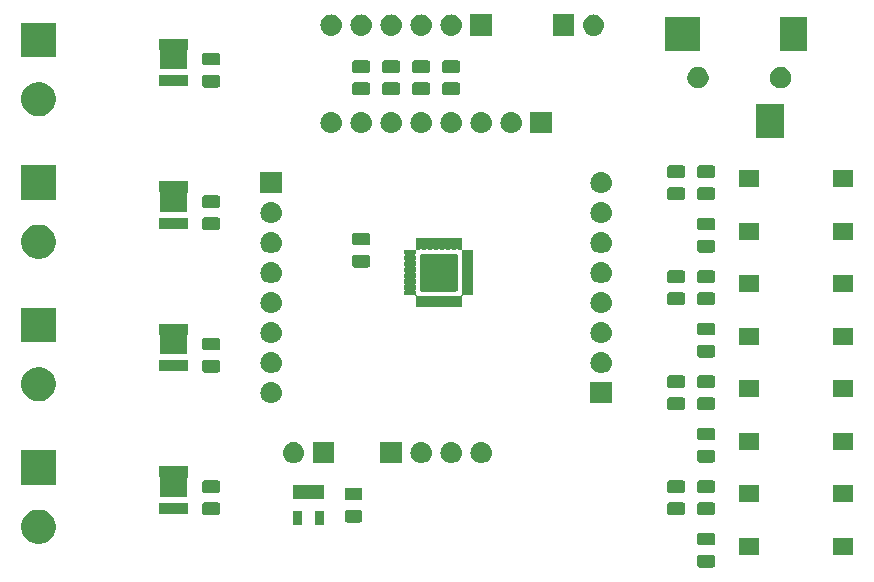
<source format=gbr>
G04 #@! TF.GenerationSoftware,KiCad,Pcbnew,(5.1.0-rc1-103-gc65c7d3de)*
G04 #@! TF.CreationDate,2019-08-30T11:30:51+02:00
G04 #@! TF.ProjectId,pinballControlUnit,70696e62-616c-46c4-936f-6e74726f6c55,rev?*
G04 #@! TF.SameCoordinates,Original*
G04 #@! TF.FileFunction,Soldermask,Top*
G04 #@! TF.FilePolarity,Negative*
%FSLAX46Y46*%
G04 Gerber Fmt 4.6, Leading zero omitted, Abs format (unit mm)*
G04 Created by KiCad (PCBNEW (5.1.0-rc1-103-gc65c7d3de)) date 2019-08-30 11:30:51*
%MOMM*%
%LPD*%
G04 APERTURE LIST*
%ADD10C,0.100000*%
G04 APERTURE END LIST*
D10*
G36*
X125044468Y-109623565D02*
G01*
X125083138Y-109635296D01*
X125118777Y-109654346D01*
X125150017Y-109679983D01*
X125175654Y-109711223D01*
X125194704Y-109746862D01*
X125206435Y-109785532D01*
X125211000Y-109831888D01*
X125211000Y-110483112D01*
X125206435Y-110529468D01*
X125194704Y-110568138D01*
X125175654Y-110603777D01*
X125150017Y-110635017D01*
X125118777Y-110660654D01*
X125083138Y-110679704D01*
X125044468Y-110691435D01*
X124998112Y-110696000D01*
X123921888Y-110696000D01*
X123875532Y-110691435D01*
X123836862Y-110679704D01*
X123801223Y-110660654D01*
X123769983Y-110635017D01*
X123744346Y-110603777D01*
X123725296Y-110568138D01*
X123713565Y-110529468D01*
X123709000Y-110483112D01*
X123709000Y-109831888D01*
X123713565Y-109785532D01*
X123725296Y-109746862D01*
X123744346Y-109711223D01*
X123769983Y-109679983D01*
X123801223Y-109654346D01*
X123836862Y-109635296D01*
X123875532Y-109623565D01*
X123921888Y-109619000D01*
X124998112Y-109619000D01*
X125044468Y-109623565D01*
X125044468Y-109623565D01*
G37*
G36*
X136881000Y-109631000D02*
G01*
X135229000Y-109631000D01*
X135229000Y-108229000D01*
X136881000Y-108229000D01*
X136881000Y-109631000D01*
X136881000Y-109631000D01*
G37*
G36*
X128931000Y-109631000D02*
G01*
X127279000Y-109631000D01*
X127279000Y-108229000D01*
X128931000Y-108229000D01*
X128931000Y-109631000D01*
X128931000Y-109631000D01*
G37*
G36*
X125044468Y-107748565D02*
G01*
X125083138Y-107760296D01*
X125118777Y-107779346D01*
X125150017Y-107804983D01*
X125175654Y-107836223D01*
X125194704Y-107871862D01*
X125206435Y-107910532D01*
X125211000Y-107956888D01*
X125211000Y-108608112D01*
X125206435Y-108654468D01*
X125194704Y-108693138D01*
X125175654Y-108728777D01*
X125150017Y-108760017D01*
X125118777Y-108785654D01*
X125083138Y-108804704D01*
X125044468Y-108816435D01*
X124998112Y-108821000D01*
X123921888Y-108821000D01*
X123875532Y-108816435D01*
X123836862Y-108804704D01*
X123801223Y-108785654D01*
X123769983Y-108760017D01*
X123744346Y-108728777D01*
X123725296Y-108693138D01*
X123713565Y-108654468D01*
X123709000Y-108608112D01*
X123709000Y-107956888D01*
X123713565Y-107910532D01*
X123725296Y-107871862D01*
X123744346Y-107836223D01*
X123769983Y-107804983D01*
X123801223Y-107779346D01*
X123836862Y-107760296D01*
X123875532Y-107748565D01*
X123921888Y-107744000D01*
X124998112Y-107744000D01*
X125044468Y-107748565D01*
X125044468Y-107748565D01*
G37*
G36*
X68368241Y-105839760D02*
G01*
X68632305Y-105949139D01*
X68869958Y-106107934D01*
X69072066Y-106310042D01*
X69230861Y-106547695D01*
X69340240Y-106811759D01*
X69396000Y-107092088D01*
X69396000Y-107377912D01*
X69340240Y-107658241D01*
X69230861Y-107922305D01*
X69072066Y-108159958D01*
X68869958Y-108362066D01*
X68632305Y-108520861D01*
X68368241Y-108630240D01*
X68087912Y-108686000D01*
X67802088Y-108686000D01*
X67521759Y-108630240D01*
X67257695Y-108520861D01*
X67020042Y-108362066D01*
X66817934Y-108159958D01*
X66659139Y-107922305D01*
X66549760Y-107658241D01*
X66494000Y-107377912D01*
X66494000Y-107092088D01*
X66549760Y-106811759D01*
X66659139Y-106547695D01*
X66817934Y-106310042D01*
X67020042Y-106107934D01*
X67257695Y-105949139D01*
X67521759Y-105839760D01*
X67802088Y-105784000D01*
X68087912Y-105784000D01*
X68368241Y-105839760D01*
X68368241Y-105839760D01*
G37*
G36*
X92131000Y-107091000D02*
G01*
X91379000Y-107091000D01*
X91379000Y-105929000D01*
X92131000Y-105929000D01*
X92131000Y-107091000D01*
X92131000Y-107091000D01*
G37*
G36*
X90231000Y-107091000D02*
G01*
X89479000Y-107091000D01*
X89479000Y-105929000D01*
X90231000Y-105929000D01*
X90231000Y-107091000D01*
X90231000Y-107091000D01*
G37*
G36*
X95199468Y-105813565D02*
G01*
X95238138Y-105825296D01*
X95273777Y-105844346D01*
X95305017Y-105869983D01*
X95330654Y-105901223D01*
X95349704Y-105936862D01*
X95361435Y-105975532D01*
X95366000Y-106021888D01*
X95366000Y-106673112D01*
X95361435Y-106719468D01*
X95349704Y-106758138D01*
X95330654Y-106793777D01*
X95305017Y-106825017D01*
X95273777Y-106850654D01*
X95238138Y-106869704D01*
X95199468Y-106881435D01*
X95153112Y-106886000D01*
X94076888Y-106886000D01*
X94030532Y-106881435D01*
X93991862Y-106869704D01*
X93956223Y-106850654D01*
X93924983Y-106825017D01*
X93899346Y-106793777D01*
X93880296Y-106758138D01*
X93868565Y-106719468D01*
X93864000Y-106673112D01*
X93864000Y-106021888D01*
X93868565Y-105975532D01*
X93880296Y-105936862D01*
X93899346Y-105901223D01*
X93924983Y-105869983D01*
X93956223Y-105844346D01*
X93991862Y-105825296D01*
X94030532Y-105813565D01*
X94076888Y-105809000D01*
X95153112Y-105809000D01*
X95199468Y-105813565D01*
X95199468Y-105813565D01*
G37*
G36*
X83134468Y-105178565D02*
G01*
X83173138Y-105190296D01*
X83208777Y-105209346D01*
X83240017Y-105234983D01*
X83265654Y-105266223D01*
X83284704Y-105301862D01*
X83296435Y-105340532D01*
X83301000Y-105386888D01*
X83301000Y-106038112D01*
X83296435Y-106084468D01*
X83284704Y-106123138D01*
X83265654Y-106158777D01*
X83240017Y-106190017D01*
X83208777Y-106215654D01*
X83173138Y-106234704D01*
X83134468Y-106246435D01*
X83088112Y-106251000D01*
X82011888Y-106251000D01*
X81965532Y-106246435D01*
X81926862Y-106234704D01*
X81891223Y-106215654D01*
X81859983Y-106190017D01*
X81834346Y-106158777D01*
X81815296Y-106123138D01*
X81803565Y-106084468D01*
X81799000Y-106038112D01*
X81799000Y-105386888D01*
X81803565Y-105340532D01*
X81815296Y-105301862D01*
X81834346Y-105266223D01*
X81859983Y-105234983D01*
X81891223Y-105209346D01*
X81926862Y-105190296D01*
X81965532Y-105178565D01*
X82011888Y-105174000D01*
X83088112Y-105174000D01*
X83134468Y-105178565D01*
X83134468Y-105178565D01*
G37*
G36*
X125044468Y-105178565D02*
G01*
X125083138Y-105190296D01*
X125118777Y-105209346D01*
X125150017Y-105234983D01*
X125175654Y-105266223D01*
X125194704Y-105301862D01*
X125206435Y-105340532D01*
X125211000Y-105386888D01*
X125211000Y-106038112D01*
X125206435Y-106084468D01*
X125194704Y-106123138D01*
X125175654Y-106158777D01*
X125150017Y-106190017D01*
X125118777Y-106215654D01*
X125083138Y-106234704D01*
X125044468Y-106246435D01*
X124998112Y-106251000D01*
X123921888Y-106251000D01*
X123875532Y-106246435D01*
X123836862Y-106234704D01*
X123801223Y-106215654D01*
X123769983Y-106190017D01*
X123744346Y-106158777D01*
X123725296Y-106123138D01*
X123713565Y-106084468D01*
X123709000Y-106038112D01*
X123709000Y-105386888D01*
X123713565Y-105340532D01*
X123725296Y-105301862D01*
X123744346Y-105266223D01*
X123769983Y-105234983D01*
X123801223Y-105209346D01*
X123836862Y-105190296D01*
X123875532Y-105178565D01*
X123921888Y-105174000D01*
X124998112Y-105174000D01*
X125044468Y-105178565D01*
X125044468Y-105178565D01*
G37*
G36*
X122504468Y-105178565D02*
G01*
X122543138Y-105190296D01*
X122578777Y-105209346D01*
X122610017Y-105234983D01*
X122635654Y-105266223D01*
X122654704Y-105301862D01*
X122666435Y-105340532D01*
X122671000Y-105386888D01*
X122671000Y-106038112D01*
X122666435Y-106084468D01*
X122654704Y-106123138D01*
X122635654Y-106158777D01*
X122610017Y-106190017D01*
X122578777Y-106215654D01*
X122543138Y-106234704D01*
X122504468Y-106246435D01*
X122458112Y-106251000D01*
X121381888Y-106251000D01*
X121335532Y-106246435D01*
X121296862Y-106234704D01*
X121261223Y-106215654D01*
X121229983Y-106190017D01*
X121204346Y-106158777D01*
X121185296Y-106123138D01*
X121173565Y-106084468D01*
X121169000Y-106038112D01*
X121169000Y-105386888D01*
X121173565Y-105340532D01*
X121185296Y-105301862D01*
X121204346Y-105266223D01*
X121229983Y-105234983D01*
X121261223Y-105209346D01*
X121296862Y-105190296D01*
X121335532Y-105178565D01*
X121381888Y-105174000D01*
X122458112Y-105174000D01*
X122504468Y-105178565D01*
X122504468Y-105178565D01*
G37*
G36*
X80600000Y-106140000D02*
G01*
X78150000Y-106140000D01*
X78150000Y-105210000D01*
X80600000Y-105210000D01*
X80600000Y-106140000D01*
X80600000Y-106140000D01*
G37*
G36*
X128931000Y-105131000D02*
G01*
X127279000Y-105131000D01*
X127279000Y-103729000D01*
X128931000Y-103729000D01*
X128931000Y-105131000D01*
X128931000Y-105131000D01*
G37*
G36*
X136881000Y-105131000D02*
G01*
X135229000Y-105131000D01*
X135229000Y-103729000D01*
X136881000Y-103729000D01*
X136881000Y-105131000D01*
X136881000Y-105131000D01*
G37*
G36*
X95199468Y-103938565D02*
G01*
X95238138Y-103950296D01*
X95273777Y-103969346D01*
X95305017Y-103994983D01*
X95330654Y-104026223D01*
X95349704Y-104061862D01*
X95361435Y-104100532D01*
X95366000Y-104146888D01*
X95366000Y-104798112D01*
X95361435Y-104844468D01*
X95349704Y-104883138D01*
X95330654Y-104918777D01*
X95305017Y-104950017D01*
X95273777Y-104975654D01*
X95238138Y-104994704D01*
X95199468Y-105006435D01*
X95153112Y-105011000D01*
X94076888Y-105011000D01*
X94030532Y-105006435D01*
X93991862Y-104994704D01*
X93956223Y-104975654D01*
X93924983Y-104950017D01*
X93899346Y-104918777D01*
X93880296Y-104883138D01*
X93868565Y-104844468D01*
X93864000Y-104798112D01*
X93864000Y-104146888D01*
X93868565Y-104100532D01*
X93880296Y-104061862D01*
X93899346Y-104026223D01*
X93924983Y-103994983D01*
X93956223Y-103969346D01*
X93991862Y-103950296D01*
X94030532Y-103938565D01*
X94076888Y-103934000D01*
X95153112Y-103934000D01*
X95199468Y-103938565D01*
X95199468Y-103938565D01*
G37*
G36*
X92131000Y-104891000D02*
G01*
X89479000Y-104891000D01*
X89479000Y-103729000D01*
X92131000Y-103729000D01*
X92131000Y-104891000D01*
X92131000Y-104891000D01*
G37*
G36*
X80600000Y-103015623D02*
G01*
X80586611Y-103026611D01*
X80571066Y-103045553D01*
X80559515Y-103067164D01*
X80552402Y-103090613D01*
X80550000Y-103114999D01*
X80550000Y-104710000D01*
X78200000Y-104710000D01*
X78200000Y-103114999D01*
X78197598Y-103090613D01*
X78190485Y-103067164D01*
X78178934Y-103045553D01*
X78163389Y-103026611D01*
X78150000Y-103015623D01*
X78150000Y-102140000D01*
X80600000Y-102140000D01*
X80600000Y-103015623D01*
X80600000Y-103015623D01*
G37*
G36*
X122504468Y-103303565D02*
G01*
X122543138Y-103315296D01*
X122578777Y-103334346D01*
X122610017Y-103359983D01*
X122635654Y-103391223D01*
X122654704Y-103426862D01*
X122666435Y-103465532D01*
X122671000Y-103511888D01*
X122671000Y-104163112D01*
X122666435Y-104209468D01*
X122654704Y-104248138D01*
X122635654Y-104283777D01*
X122610017Y-104315017D01*
X122578777Y-104340654D01*
X122543138Y-104359704D01*
X122504468Y-104371435D01*
X122458112Y-104376000D01*
X121381888Y-104376000D01*
X121335532Y-104371435D01*
X121296862Y-104359704D01*
X121261223Y-104340654D01*
X121229983Y-104315017D01*
X121204346Y-104283777D01*
X121185296Y-104248138D01*
X121173565Y-104209468D01*
X121169000Y-104163112D01*
X121169000Y-103511888D01*
X121173565Y-103465532D01*
X121185296Y-103426862D01*
X121204346Y-103391223D01*
X121229983Y-103359983D01*
X121261223Y-103334346D01*
X121296862Y-103315296D01*
X121335532Y-103303565D01*
X121381888Y-103299000D01*
X122458112Y-103299000D01*
X122504468Y-103303565D01*
X122504468Y-103303565D01*
G37*
G36*
X83134468Y-103303565D02*
G01*
X83173138Y-103315296D01*
X83208777Y-103334346D01*
X83240017Y-103359983D01*
X83265654Y-103391223D01*
X83284704Y-103426862D01*
X83296435Y-103465532D01*
X83301000Y-103511888D01*
X83301000Y-104163112D01*
X83296435Y-104209468D01*
X83284704Y-104248138D01*
X83265654Y-104283777D01*
X83240017Y-104315017D01*
X83208777Y-104340654D01*
X83173138Y-104359704D01*
X83134468Y-104371435D01*
X83088112Y-104376000D01*
X82011888Y-104376000D01*
X81965532Y-104371435D01*
X81926862Y-104359704D01*
X81891223Y-104340654D01*
X81859983Y-104315017D01*
X81834346Y-104283777D01*
X81815296Y-104248138D01*
X81803565Y-104209468D01*
X81799000Y-104163112D01*
X81799000Y-103511888D01*
X81803565Y-103465532D01*
X81815296Y-103426862D01*
X81834346Y-103391223D01*
X81859983Y-103359983D01*
X81891223Y-103334346D01*
X81926862Y-103315296D01*
X81965532Y-103303565D01*
X82011888Y-103299000D01*
X83088112Y-103299000D01*
X83134468Y-103303565D01*
X83134468Y-103303565D01*
G37*
G36*
X125044468Y-103303565D02*
G01*
X125083138Y-103315296D01*
X125118777Y-103334346D01*
X125150017Y-103359983D01*
X125175654Y-103391223D01*
X125194704Y-103426862D01*
X125206435Y-103465532D01*
X125211000Y-103511888D01*
X125211000Y-104163112D01*
X125206435Y-104209468D01*
X125194704Y-104248138D01*
X125175654Y-104283777D01*
X125150017Y-104315017D01*
X125118777Y-104340654D01*
X125083138Y-104359704D01*
X125044468Y-104371435D01*
X124998112Y-104376000D01*
X123921888Y-104376000D01*
X123875532Y-104371435D01*
X123836862Y-104359704D01*
X123801223Y-104340654D01*
X123769983Y-104315017D01*
X123744346Y-104283777D01*
X123725296Y-104248138D01*
X123713565Y-104209468D01*
X123709000Y-104163112D01*
X123709000Y-103511888D01*
X123713565Y-103465532D01*
X123725296Y-103426862D01*
X123744346Y-103391223D01*
X123769983Y-103359983D01*
X123801223Y-103334346D01*
X123836862Y-103315296D01*
X123875532Y-103303565D01*
X123921888Y-103299000D01*
X124998112Y-103299000D01*
X125044468Y-103303565D01*
X125044468Y-103303565D01*
G37*
G36*
X69396000Y-103686000D02*
G01*
X66494000Y-103686000D01*
X66494000Y-100784000D01*
X69396000Y-100784000D01*
X69396000Y-103686000D01*
X69396000Y-103686000D01*
G37*
G36*
X100440442Y-100070518D02*
G01*
X100506627Y-100077037D01*
X100676466Y-100128557D01*
X100832991Y-100212222D01*
X100868729Y-100241552D01*
X100970186Y-100324814D01*
X101053448Y-100426271D01*
X101082778Y-100462009D01*
X101166443Y-100618534D01*
X101217963Y-100788373D01*
X101235359Y-100965000D01*
X101217963Y-101141627D01*
X101166443Y-101311466D01*
X101082778Y-101467991D01*
X101053448Y-101503729D01*
X100970186Y-101605186D01*
X100881292Y-101678138D01*
X100832991Y-101717778D01*
X100676466Y-101801443D01*
X100506627Y-101852963D01*
X100440443Y-101859481D01*
X100374260Y-101866000D01*
X100285740Y-101866000D01*
X100219558Y-101859482D01*
X100153373Y-101852963D01*
X99983534Y-101801443D01*
X99827009Y-101717778D01*
X99778708Y-101678138D01*
X99689814Y-101605186D01*
X99606552Y-101503729D01*
X99577222Y-101467991D01*
X99493557Y-101311466D01*
X99442037Y-101141627D01*
X99424641Y-100965000D01*
X99442037Y-100788373D01*
X99493557Y-100618534D01*
X99577222Y-100462009D01*
X99606552Y-100426271D01*
X99689814Y-100324814D01*
X99791271Y-100241552D01*
X99827009Y-100212222D01*
X99983534Y-100128557D01*
X100153373Y-100077037D01*
X100219557Y-100070519D01*
X100285740Y-100064000D01*
X100374260Y-100064000D01*
X100440442Y-100070518D01*
X100440442Y-100070518D01*
G37*
G36*
X102980442Y-100070518D02*
G01*
X103046627Y-100077037D01*
X103216466Y-100128557D01*
X103372991Y-100212222D01*
X103408729Y-100241552D01*
X103510186Y-100324814D01*
X103593448Y-100426271D01*
X103622778Y-100462009D01*
X103706443Y-100618534D01*
X103757963Y-100788373D01*
X103775359Y-100965000D01*
X103757963Y-101141627D01*
X103706443Y-101311466D01*
X103622778Y-101467991D01*
X103593448Y-101503729D01*
X103510186Y-101605186D01*
X103421292Y-101678138D01*
X103372991Y-101717778D01*
X103216466Y-101801443D01*
X103046627Y-101852963D01*
X102980443Y-101859481D01*
X102914260Y-101866000D01*
X102825740Y-101866000D01*
X102759558Y-101859482D01*
X102693373Y-101852963D01*
X102523534Y-101801443D01*
X102367009Y-101717778D01*
X102318708Y-101678138D01*
X102229814Y-101605186D01*
X102146552Y-101503729D01*
X102117222Y-101467991D01*
X102033557Y-101311466D01*
X101982037Y-101141627D01*
X101964641Y-100965000D01*
X101982037Y-100788373D01*
X102033557Y-100618534D01*
X102117222Y-100462009D01*
X102146552Y-100426271D01*
X102229814Y-100324814D01*
X102331271Y-100241552D01*
X102367009Y-100212222D01*
X102523534Y-100128557D01*
X102693373Y-100077037D01*
X102759557Y-100070519D01*
X102825740Y-100064000D01*
X102914260Y-100064000D01*
X102980442Y-100070518D01*
X102980442Y-100070518D01*
G37*
G36*
X105520442Y-100070518D02*
G01*
X105586627Y-100077037D01*
X105756466Y-100128557D01*
X105912991Y-100212222D01*
X105948729Y-100241552D01*
X106050186Y-100324814D01*
X106133448Y-100426271D01*
X106162778Y-100462009D01*
X106246443Y-100618534D01*
X106297963Y-100788373D01*
X106315359Y-100965000D01*
X106297963Y-101141627D01*
X106246443Y-101311466D01*
X106162778Y-101467991D01*
X106133448Y-101503729D01*
X106050186Y-101605186D01*
X105961292Y-101678138D01*
X105912991Y-101717778D01*
X105756466Y-101801443D01*
X105586627Y-101852963D01*
X105520443Y-101859481D01*
X105454260Y-101866000D01*
X105365740Y-101866000D01*
X105299558Y-101859482D01*
X105233373Y-101852963D01*
X105063534Y-101801443D01*
X104907009Y-101717778D01*
X104858708Y-101678138D01*
X104769814Y-101605186D01*
X104686552Y-101503729D01*
X104657222Y-101467991D01*
X104573557Y-101311466D01*
X104522037Y-101141627D01*
X104504641Y-100965000D01*
X104522037Y-100788373D01*
X104573557Y-100618534D01*
X104657222Y-100462009D01*
X104686552Y-100426271D01*
X104769814Y-100324814D01*
X104871271Y-100241552D01*
X104907009Y-100212222D01*
X105063534Y-100128557D01*
X105233373Y-100077037D01*
X105299557Y-100070519D01*
X105365740Y-100064000D01*
X105454260Y-100064000D01*
X105520442Y-100070518D01*
X105520442Y-100070518D01*
G37*
G36*
X92976000Y-101866000D02*
G01*
X91174000Y-101866000D01*
X91174000Y-100064000D01*
X92976000Y-100064000D01*
X92976000Y-101866000D01*
X92976000Y-101866000D01*
G37*
G36*
X89645442Y-100070518D02*
G01*
X89711627Y-100077037D01*
X89881466Y-100128557D01*
X90037991Y-100212222D01*
X90073729Y-100241552D01*
X90175186Y-100324814D01*
X90258448Y-100426271D01*
X90287778Y-100462009D01*
X90371443Y-100618534D01*
X90422963Y-100788373D01*
X90440359Y-100965000D01*
X90422963Y-101141627D01*
X90371443Y-101311466D01*
X90287778Y-101467991D01*
X90258448Y-101503729D01*
X90175186Y-101605186D01*
X90086292Y-101678138D01*
X90037991Y-101717778D01*
X89881466Y-101801443D01*
X89711627Y-101852963D01*
X89645443Y-101859481D01*
X89579260Y-101866000D01*
X89490740Y-101866000D01*
X89424558Y-101859482D01*
X89358373Y-101852963D01*
X89188534Y-101801443D01*
X89032009Y-101717778D01*
X88983708Y-101678138D01*
X88894814Y-101605186D01*
X88811552Y-101503729D01*
X88782222Y-101467991D01*
X88698557Y-101311466D01*
X88647037Y-101141627D01*
X88629641Y-100965000D01*
X88647037Y-100788373D01*
X88698557Y-100618534D01*
X88782222Y-100462009D01*
X88811552Y-100426271D01*
X88894814Y-100324814D01*
X88996271Y-100241552D01*
X89032009Y-100212222D01*
X89188534Y-100128557D01*
X89358373Y-100077037D01*
X89424557Y-100070519D01*
X89490740Y-100064000D01*
X89579260Y-100064000D01*
X89645442Y-100070518D01*
X89645442Y-100070518D01*
G37*
G36*
X98691000Y-101866000D02*
G01*
X96889000Y-101866000D01*
X96889000Y-100064000D01*
X98691000Y-100064000D01*
X98691000Y-101866000D01*
X98691000Y-101866000D01*
G37*
G36*
X125044468Y-100733565D02*
G01*
X125083138Y-100745296D01*
X125118777Y-100764346D01*
X125150017Y-100789983D01*
X125175654Y-100821223D01*
X125194704Y-100856862D01*
X125206435Y-100895532D01*
X125211000Y-100941888D01*
X125211000Y-101593112D01*
X125206435Y-101639468D01*
X125194704Y-101678138D01*
X125175654Y-101713777D01*
X125150017Y-101745017D01*
X125118777Y-101770654D01*
X125083138Y-101789704D01*
X125044468Y-101801435D01*
X124998112Y-101806000D01*
X123921888Y-101806000D01*
X123875532Y-101801435D01*
X123836862Y-101789704D01*
X123801223Y-101770654D01*
X123769983Y-101745017D01*
X123744346Y-101713777D01*
X123725296Y-101678138D01*
X123713565Y-101639468D01*
X123709000Y-101593112D01*
X123709000Y-100941888D01*
X123713565Y-100895532D01*
X123725296Y-100856862D01*
X123744346Y-100821223D01*
X123769983Y-100789983D01*
X123801223Y-100764346D01*
X123836862Y-100745296D01*
X123875532Y-100733565D01*
X123921888Y-100729000D01*
X124998112Y-100729000D01*
X125044468Y-100733565D01*
X125044468Y-100733565D01*
G37*
G36*
X128931000Y-100741000D02*
G01*
X127279000Y-100741000D01*
X127279000Y-99339000D01*
X128931000Y-99339000D01*
X128931000Y-100741000D01*
X128931000Y-100741000D01*
G37*
G36*
X136881000Y-100741000D02*
G01*
X135229000Y-100741000D01*
X135229000Y-99339000D01*
X136881000Y-99339000D01*
X136881000Y-100741000D01*
X136881000Y-100741000D01*
G37*
G36*
X125044468Y-98858565D02*
G01*
X125083138Y-98870296D01*
X125118777Y-98889346D01*
X125150017Y-98914983D01*
X125175654Y-98946223D01*
X125194704Y-98981862D01*
X125206435Y-99020532D01*
X125211000Y-99066888D01*
X125211000Y-99718112D01*
X125206435Y-99764468D01*
X125194704Y-99803138D01*
X125175654Y-99838777D01*
X125150017Y-99870017D01*
X125118777Y-99895654D01*
X125083138Y-99914704D01*
X125044468Y-99926435D01*
X124998112Y-99931000D01*
X123921888Y-99931000D01*
X123875532Y-99926435D01*
X123836862Y-99914704D01*
X123801223Y-99895654D01*
X123769983Y-99870017D01*
X123744346Y-99838777D01*
X123725296Y-99803138D01*
X123713565Y-99764468D01*
X123709000Y-99718112D01*
X123709000Y-99066888D01*
X123713565Y-99020532D01*
X123725296Y-98981862D01*
X123744346Y-98946223D01*
X123769983Y-98914983D01*
X123801223Y-98889346D01*
X123836862Y-98870296D01*
X123875532Y-98858565D01*
X123921888Y-98854000D01*
X124998112Y-98854000D01*
X125044468Y-98858565D01*
X125044468Y-98858565D01*
G37*
G36*
X122504468Y-96288565D02*
G01*
X122543138Y-96300296D01*
X122578777Y-96319346D01*
X122610017Y-96344983D01*
X122635654Y-96376223D01*
X122654704Y-96411862D01*
X122666435Y-96450532D01*
X122671000Y-96496888D01*
X122671000Y-97148112D01*
X122666435Y-97194468D01*
X122654704Y-97233138D01*
X122635654Y-97268777D01*
X122610017Y-97300017D01*
X122578777Y-97325654D01*
X122543138Y-97344704D01*
X122504468Y-97356435D01*
X122458112Y-97361000D01*
X121381888Y-97361000D01*
X121335532Y-97356435D01*
X121296862Y-97344704D01*
X121261223Y-97325654D01*
X121229983Y-97300017D01*
X121204346Y-97268777D01*
X121185296Y-97233138D01*
X121173565Y-97194468D01*
X121169000Y-97148112D01*
X121169000Y-96496888D01*
X121173565Y-96450532D01*
X121185296Y-96411862D01*
X121204346Y-96376223D01*
X121229983Y-96344983D01*
X121261223Y-96319346D01*
X121296862Y-96300296D01*
X121335532Y-96288565D01*
X121381888Y-96284000D01*
X122458112Y-96284000D01*
X122504468Y-96288565D01*
X122504468Y-96288565D01*
G37*
G36*
X125044468Y-96288565D02*
G01*
X125083138Y-96300296D01*
X125118777Y-96319346D01*
X125150017Y-96344983D01*
X125175654Y-96376223D01*
X125194704Y-96411862D01*
X125206435Y-96450532D01*
X125211000Y-96496888D01*
X125211000Y-97148112D01*
X125206435Y-97194468D01*
X125194704Y-97233138D01*
X125175654Y-97268777D01*
X125150017Y-97300017D01*
X125118777Y-97325654D01*
X125083138Y-97344704D01*
X125044468Y-97356435D01*
X124998112Y-97361000D01*
X123921888Y-97361000D01*
X123875532Y-97356435D01*
X123836862Y-97344704D01*
X123801223Y-97325654D01*
X123769983Y-97300017D01*
X123744346Y-97268777D01*
X123725296Y-97233138D01*
X123713565Y-97194468D01*
X123709000Y-97148112D01*
X123709000Y-96496888D01*
X123713565Y-96450532D01*
X123725296Y-96411862D01*
X123744346Y-96376223D01*
X123769983Y-96344983D01*
X123801223Y-96319346D01*
X123836862Y-96300296D01*
X123875532Y-96288565D01*
X123921888Y-96284000D01*
X124998112Y-96284000D01*
X125044468Y-96288565D01*
X125044468Y-96288565D01*
G37*
G36*
X87740443Y-94990519D02*
G01*
X87806627Y-94997037D01*
X87976466Y-95048557D01*
X88132991Y-95132222D01*
X88168729Y-95161552D01*
X88270186Y-95244814D01*
X88353448Y-95346271D01*
X88382778Y-95382009D01*
X88466443Y-95538534D01*
X88517963Y-95708373D01*
X88535359Y-95885000D01*
X88517963Y-96061627D01*
X88466443Y-96231466D01*
X88382778Y-96387991D01*
X88369916Y-96403663D01*
X88270186Y-96525186D01*
X88168729Y-96608448D01*
X88132991Y-96637778D01*
X87976466Y-96721443D01*
X87806627Y-96772963D01*
X87740442Y-96779482D01*
X87674260Y-96786000D01*
X87585740Y-96786000D01*
X87519558Y-96779482D01*
X87453373Y-96772963D01*
X87283534Y-96721443D01*
X87127009Y-96637778D01*
X87091271Y-96608448D01*
X86989814Y-96525186D01*
X86890084Y-96403663D01*
X86877222Y-96387991D01*
X86793557Y-96231466D01*
X86742037Y-96061627D01*
X86724641Y-95885000D01*
X86742037Y-95708373D01*
X86793557Y-95538534D01*
X86877222Y-95382009D01*
X86906552Y-95346271D01*
X86989814Y-95244814D01*
X87091271Y-95161552D01*
X87127009Y-95132222D01*
X87283534Y-95048557D01*
X87453373Y-94997037D01*
X87519557Y-94990519D01*
X87585740Y-94984000D01*
X87674260Y-94984000D01*
X87740443Y-94990519D01*
X87740443Y-94990519D01*
G37*
G36*
X116471000Y-96786000D02*
G01*
X114669000Y-96786000D01*
X114669000Y-94984000D01*
X116471000Y-94984000D01*
X116471000Y-96786000D01*
X116471000Y-96786000D01*
G37*
G36*
X68368241Y-93774760D02*
G01*
X68632305Y-93884139D01*
X68869958Y-94042934D01*
X69072066Y-94245042D01*
X69230861Y-94482695D01*
X69340240Y-94746759D01*
X69396000Y-95027088D01*
X69396000Y-95312912D01*
X69340240Y-95593241D01*
X69230861Y-95857305D01*
X69072066Y-96094958D01*
X68869958Y-96297066D01*
X68632305Y-96455861D01*
X68368241Y-96565240D01*
X68087912Y-96621000D01*
X67802088Y-96621000D01*
X67521759Y-96565240D01*
X67257695Y-96455861D01*
X67020042Y-96297066D01*
X66817934Y-96094958D01*
X66659139Y-95857305D01*
X66549760Y-95593241D01*
X66494000Y-95312912D01*
X66494000Y-95027088D01*
X66549760Y-94746759D01*
X66659139Y-94482695D01*
X66817934Y-94245042D01*
X67020042Y-94042934D01*
X67257695Y-93884139D01*
X67521759Y-93774760D01*
X67802088Y-93719000D01*
X68087912Y-93719000D01*
X68368241Y-93774760D01*
X68368241Y-93774760D01*
G37*
G36*
X128931000Y-96241000D02*
G01*
X127279000Y-96241000D01*
X127279000Y-94839000D01*
X128931000Y-94839000D01*
X128931000Y-96241000D01*
X128931000Y-96241000D01*
G37*
G36*
X136881000Y-96241000D02*
G01*
X135229000Y-96241000D01*
X135229000Y-94839000D01*
X136881000Y-94839000D01*
X136881000Y-96241000D01*
X136881000Y-96241000D01*
G37*
G36*
X122504468Y-94413565D02*
G01*
X122543138Y-94425296D01*
X122578777Y-94444346D01*
X122610017Y-94469983D01*
X122635654Y-94501223D01*
X122654704Y-94536862D01*
X122666435Y-94575532D01*
X122671000Y-94621888D01*
X122671000Y-95273112D01*
X122666435Y-95319468D01*
X122654704Y-95358138D01*
X122635654Y-95393777D01*
X122610017Y-95425017D01*
X122578777Y-95450654D01*
X122543138Y-95469704D01*
X122504468Y-95481435D01*
X122458112Y-95486000D01*
X121381888Y-95486000D01*
X121335532Y-95481435D01*
X121296862Y-95469704D01*
X121261223Y-95450654D01*
X121229983Y-95425017D01*
X121204346Y-95393777D01*
X121185296Y-95358138D01*
X121173565Y-95319468D01*
X121169000Y-95273112D01*
X121169000Y-94621888D01*
X121173565Y-94575532D01*
X121185296Y-94536862D01*
X121204346Y-94501223D01*
X121229983Y-94469983D01*
X121261223Y-94444346D01*
X121296862Y-94425296D01*
X121335532Y-94413565D01*
X121381888Y-94409000D01*
X122458112Y-94409000D01*
X122504468Y-94413565D01*
X122504468Y-94413565D01*
G37*
G36*
X125044468Y-94413565D02*
G01*
X125083138Y-94425296D01*
X125118777Y-94444346D01*
X125150017Y-94469983D01*
X125175654Y-94501223D01*
X125194704Y-94536862D01*
X125206435Y-94575532D01*
X125211000Y-94621888D01*
X125211000Y-95273112D01*
X125206435Y-95319468D01*
X125194704Y-95358138D01*
X125175654Y-95393777D01*
X125150017Y-95425017D01*
X125118777Y-95450654D01*
X125083138Y-95469704D01*
X125044468Y-95481435D01*
X124998112Y-95486000D01*
X123921888Y-95486000D01*
X123875532Y-95481435D01*
X123836862Y-95469704D01*
X123801223Y-95450654D01*
X123769983Y-95425017D01*
X123744346Y-95393777D01*
X123725296Y-95358138D01*
X123713565Y-95319468D01*
X123709000Y-95273112D01*
X123709000Y-94621888D01*
X123713565Y-94575532D01*
X123725296Y-94536862D01*
X123744346Y-94501223D01*
X123769983Y-94469983D01*
X123801223Y-94444346D01*
X123836862Y-94425296D01*
X123875532Y-94413565D01*
X123921888Y-94409000D01*
X124998112Y-94409000D01*
X125044468Y-94413565D01*
X125044468Y-94413565D01*
G37*
G36*
X87740443Y-92450519D02*
G01*
X87806627Y-92457037D01*
X87976466Y-92508557D01*
X88132991Y-92592222D01*
X88168729Y-92621552D01*
X88270186Y-92704814D01*
X88338567Y-92788138D01*
X88382778Y-92842009D01*
X88466443Y-92998534D01*
X88517963Y-93168373D01*
X88535359Y-93345000D01*
X88517963Y-93521627D01*
X88466443Y-93691466D01*
X88382778Y-93847991D01*
X88353448Y-93883729D01*
X88270186Y-93985186D01*
X88181292Y-94058138D01*
X88132991Y-94097778D01*
X87976466Y-94181443D01*
X87806627Y-94232963D01*
X87740443Y-94239481D01*
X87674260Y-94246000D01*
X87585740Y-94246000D01*
X87519557Y-94239481D01*
X87453373Y-94232963D01*
X87283534Y-94181443D01*
X87127009Y-94097778D01*
X87078708Y-94058138D01*
X86989814Y-93985186D01*
X86906552Y-93883729D01*
X86877222Y-93847991D01*
X86793557Y-93691466D01*
X86742037Y-93521627D01*
X86724641Y-93345000D01*
X86742037Y-93168373D01*
X86793557Y-92998534D01*
X86877222Y-92842009D01*
X86921433Y-92788138D01*
X86989814Y-92704814D01*
X87091271Y-92621552D01*
X87127009Y-92592222D01*
X87283534Y-92508557D01*
X87453373Y-92457037D01*
X87519557Y-92450519D01*
X87585740Y-92444000D01*
X87674260Y-92444000D01*
X87740443Y-92450519D01*
X87740443Y-92450519D01*
G37*
G36*
X115680443Y-92450519D02*
G01*
X115746627Y-92457037D01*
X115916466Y-92508557D01*
X116072991Y-92592222D01*
X116108729Y-92621552D01*
X116210186Y-92704814D01*
X116278567Y-92788138D01*
X116322778Y-92842009D01*
X116406443Y-92998534D01*
X116457963Y-93168373D01*
X116475359Y-93345000D01*
X116457963Y-93521627D01*
X116406443Y-93691466D01*
X116322778Y-93847991D01*
X116293448Y-93883729D01*
X116210186Y-93985186D01*
X116121292Y-94058138D01*
X116072991Y-94097778D01*
X115916466Y-94181443D01*
X115746627Y-94232963D01*
X115680443Y-94239481D01*
X115614260Y-94246000D01*
X115525740Y-94246000D01*
X115459557Y-94239481D01*
X115393373Y-94232963D01*
X115223534Y-94181443D01*
X115067009Y-94097778D01*
X115018708Y-94058138D01*
X114929814Y-93985186D01*
X114846552Y-93883729D01*
X114817222Y-93847991D01*
X114733557Y-93691466D01*
X114682037Y-93521627D01*
X114664641Y-93345000D01*
X114682037Y-93168373D01*
X114733557Y-92998534D01*
X114817222Y-92842009D01*
X114861433Y-92788138D01*
X114929814Y-92704814D01*
X115031271Y-92621552D01*
X115067009Y-92592222D01*
X115223534Y-92508557D01*
X115393373Y-92457037D01*
X115459557Y-92450519D01*
X115525740Y-92444000D01*
X115614260Y-92444000D01*
X115680443Y-92450519D01*
X115680443Y-92450519D01*
G37*
G36*
X83134468Y-93113565D02*
G01*
X83173138Y-93125296D01*
X83208777Y-93144346D01*
X83240017Y-93169983D01*
X83265654Y-93201223D01*
X83284704Y-93236862D01*
X83296435Y-93275532D01*
X83301000Y-93321888D01*
X83301000Y-93973112D01*
X83296435Y-94019468D01*
X83284704Y-94058138D01*
X83265654Y-94093777D01*
X83240017Y-94125017D01*
X83208777Y-94150654D01*
X83173138Y-94169704D01*
X83134468Y-94181435D01*
X83088112Y-94186000D01*
X82011888Y-94186000D01*
X81965532Y-94181435D01*
X81926862Y-94169704D01*
X81891223Y-94150654D01*
X81859983Y-94125017D01*
X81834346Y-94093777D01*
X81815296Y-94058138D01*
X81803565Y-94019468D01*
X81799000Y-93973112D01*
X81799000Y-93321888D01*
X81803565Y-93275532D01*
X81815296Y-93236862D01*
X81834346Y-93201223D01*
X81859983Y-93169983D01*
X81891223Y-93144346D01*
X81926862Y-93125296D01*
X81965532Y-93113565D01*
X82011888Y-93109000D01*
X83088112Y-93109000D01*
X83134468Y-93113565D01*
X83134468Y-93113565D01*
G37*
G36*
X80600000Y-94075000D02*
G01*
X78150000Y-94075000D01*
X78150000Y-93145000D01*
X80600000Y-93145000D01*
X80600000Y-94075000D01*
X80600000Y-94075000D01*
G37*
G36*
X125044468Y-91843565D02*
G01*
X125083138Y-91855296D01*
X125118777Y-91874346D01*
X125150017Y-91899983D01*
X125175654Y-91931223D01*
X125194704Y-91966862D01*
X125206435Y-92005532D01*
X125211000Y-92051888D01*
X125211000Y-92703112D01*
X125206435Y-92749468D01*
X125194704Y-92788138D01*
X125175654Y-92823777D01*
X125150017Y-92855017D01*
X125118777Y-92880654D01*
X125083138Y-92899704D01*
X125044468Y-92911435D01*
X124998112Y-92916000D01*
X123921888Y-92916000D01*
X123875532Y-92911435D01*
X123836862Y-92899704D01*
X123801223Y-92880654D01*
X123769983Y-92855017D01*
X123744346Y-92823777D01*
X123725296Y-92788138D01*
X123713565Y-92749468D01*
X123709000Y-92703112D01*
X123709000Y-92051888D01*
X123713565Y-92005532D01*
X123725296Y-91966862D01*
X123744346Y-91931223D01*
X123769983Y-91899983D01*
X123801223Y-91874346D01*
X123836862Y-91855296D01*
X123875532Y-91843565D01*
X123921888Y-91839000D01*
X124998112Y-91839000D01*
X125044468Y-91843565D01*
X125044468Y-91843565D01*
G37*
G36*
X80600000Y-90950623D02*
G01*
X80586611Y-90961611D01*
X80571066Y-90980553D01*
X80559515Y-91002164D01*
X80552402Y-91025613D01*
X80550000Y-91049999D01*
X80550000Y-92645000D01*
X78200000Y-92645000D01*
X78200000Y-91049999D01*
X78197598Y-91025613D01*
X78190485Y-91002164D01*
X78178934Y-90980553D01*
X78163389Y-90961611D01*
X78150000Y-90950623D01*
X78150000Y-90075000D01*
X80600000Y-90075000D01*
X80600000Y-90950623D01*
X80600000Y-90950623D01*
G37*
G36*
X83134468Y-91238565D02*
G01*
X83173138Y-91250296D01*
X83208777Y-91269346D01*
X83240017Y-91294983D01*
X83265654Y-91326223D01*
X83284704Y-91361862D01*
X83296435Y-91400532D01*
X83301000Y-91446888D01*
X83301000Y-92098112D01*
X83296435Y-92144468D01*
X83284704Y-92183138D01*
X83265654Y-92218777D01*
X83240017Y-92250017D01*
X83208777Y-92275654D01*
X83173138Y-92294704D01*
X83134468Y-92306435D01*
X83088112Y-92311000D01*
X82011888Y-92311000D01*
X81965532Y-92306435D01*
X81926862Y-92294704D01*
X81891223Y-92275654D01*
X81859983Y-92250017D01*
X81834346Y-92218777D01*
X81815296Y-92183138D01*
X81803565Y-92144468D01*
X81799000Y-92098112D01*
X81799000Y-91446888D01*
X81803565Y-91400532D01*
X81815296Y-91361862D01*
X81834346Y-91326223D01*
X81859983Y-91294983D01*
X81891223Y-91269346D01*
X81926862Y-91250296D01*
X81965532Y-91238565D01*
X82011888Y-91234000D01*
X83088112Y-91234000D01*
X83134468Y-91238565D01*
X83134468Y-91238565D01*
G37*
G36*
X136881000Y-91851000D02*
G01*
X135229000Y-91851000D01*
X135229000Y-90449000D01*
X136881000Y-90449000D01*
X136881000Y-91851000D01*
X136881000Y-91851000D01*
G37*
G36*
X128931000Y-91851000D02*
G01*
X127279000Y-91851000D01*
X127279000Y-90449000D01*
X128931000Y-90449000D01*
X128931000Y-91851000D01*
X128931000Y-91851000D01*
G37*
G36*
X115680442Y-89910518D02*
G01*
X115746627Y-89917037D01*
X115916466Y-89968557D01*
X116072991Y-90052222D01*
X116077866Y-90056223D01*
X116210186Y-90164814D01*
X116266349Y-90233250D01*
X116322778Y-90302009D01*
X116406443Y-90458534D01*
X116457963Y-90628373D01*
X116475359Y-90805000D01*
X116457963Y-90981627D01*
X116406443Y-91151466D01*
X116322778Y-91307991D01*
X116318781Y-91312861D01*
X116210186Y-91445186D01*
X116108729Y-91528448D01*
X116072991Y-91557778D01*
X115916466Y-91641443D01*
X115746627Y-91692963D01*
X115680442Y-91699482D01*
X115614260Y-91706000D01*
X115525740Y-91706000D01*
X115459558Y-91699482D01*
X115393373Y-91692963D01*
X115223534Y-91641443D01*
X115067009Y-91557778D01*
X115031271Y-91528448D01*
X114929814Y-91445186D01*
X114821219Y-91312861D01*
X114817222Y-91307991D01*
X114733557Y-91151466D01*
X114682037Y-90981627D01*
X114664641Y-90805000D01*
X114682037Y-90628373D01*
X114733557Y-90458534D01*
X114817222Y-90302009D01*
X114873651Y-90233250D01*
X114929814Y-90164814D01*
X115062134Y-90056223D01*
X115067009Y-90052222D01*
X115223534Y-89968557D01*
X115393373Y-89917037D01*
X115459558Y-89910518D01*
X115525740Y-89904000D01*
X115614260Y-89904000D01*
X115680442Y-89910518D01*
X115680442Y-89910518D01*
G37*
G36*
X87740442Y-89910518D02*
G01*
X87806627Y-89917037D01*
X87976466Y-89968557D01*
X88132991Y-90052222D01*
X88137866Y-90056223D01*
X88270186Y-90164814D01*
X88326349Y-90233250D01*
X88382778Y-90302009D01*
X88466443Y-90458534D01*
X88517963Y-90628373D01*
X88535359Y-90805000D01*
X88517963Y-90981627D01*
X88466443Y-91151466D01*
X88382778Y-91307991D01*
X88378781Y-91312861D01*
X88270186Y-91445186D01*
X88168729Y-91528448D01*
X88132991Y-91557778D01*
X87976466Y-91641443D01*
X87806627Y-91692963D01*
X87740442Y-91699482D01*
X87674260Y-91706000D01*
X87585740Y-91706000D01*
X87519558Y-91699482D01*
X87453373Y-91692963D01*
X87283534Y-91641443D01*
X87127009Y-91557778D01*
X87091271Y-91528448D01*
X86989814Y-91445186D01*
X86881219Y-91312861D01*
X86877222Y-91307991D01*
X86793557Y-91151466D01*
X86742037Y-90981627D01*
X86724641Y-90805000D01*
X86742037Y-90628373D01*
X86793557Y-90458534D01*
X86877222Y-90302009D01*
X86933651Y-90233250D01*
X86989814Y-90164814D01*
X87122134Y-90056223D01*
X87127009Y-90052222D01*
X87283534Y-89968557D01*
X87453373Y-89917037D01*
X87519558Y-89910518D01*
X87585740Y-89904000D01*
X87674260Y-89904000D01*
X87740442Y-89910518D01*
X87740442Y-89910518D01*
G37*
G36*
X69396000Y-91621000D02*
G01*
X66494000Y-91621000D01*
X66494000Y-88719000D01*
X69396000Y-88719000D01*
X69396000Y-91621000D01*
X69396000Y-91621000D01*
G37*
G36*
X125044468Y-89968565D02*
G01*
X125083138Y-89980296D01*
X125118777Y-89999346D01*
X125150017Y-90024983D01*
X125175654Y-90056223D01*
X125194704Y-90091862D01*
X125206435Y-90130532D01*
X125211000Y-90176888D01*
X125211000Y-90828112D01*
X125206435Y-90874468D01*
X125194704Y-90913138D01*
X125175654Y-90948777D01*
X125150017Y-90980017D01*
X125118777Y-91005654D01*
X125083138Y-91024704D01*
X125044468Y-91036435D01*
X124998112Y-91041000D01*
X123921888Y-91041000D01*
X123875532Y-91036435D01*
X123836862Y-91024704D01*
X123801223Y-91005654D01*
X123769983Y-90980017D01*
X123744346Y-90948777D01*
X123725296Y-90913138D01*
X123713565Y-90874468D01*
X123709000Y-90828112D01*
X123709000Y-90176888D01*
X123713565Y-90130532D01*
X123725296Y-90091862D01*
X123744346Y-90056223D01*
X123769983Y-90024983D01*
X123801223Y-89999346D01*
X123836862Y-89980296D01*
X123875532Y-89968565D01*
X123921888Y-89964000D01*
X124998112Y-89964000D01*
X125044468Y-89968565D01*
X125044468Y-89968565D01*
G37*
G36*
X115673472Y-87369832D02*
G01*
X115746627Y-87377037D01*
X115916466Y-87428557D01*
X116072991Y-87512222D01*
X116084737Y-87521862D01*
X116210186Y-87624814D01*
X116293448Y-87726271D01*
X116322778Y-87762009D01*
X116406443Y-87918534D01*
X116457963Y-88088373D01*
X116475359Y-88265000D01*
X116457963Y-88441627D01*
X116421145Y-88563000D01*
X116406442Y-88611468D01*
X116364611Y-88689728D01*
X116322778Y-88767991D01*
X116293448Y-88803729D01*
X116210186Y-88905186D01*
X116108729Y-88988448D01*
X116072991Y-89017778D01*
X115916466Y-89101443D01*
X115746627Y-89152963D01*
X115680443Y-89159481D01*
X115614260Y-89166000D01*
X115525740Y-89166000D01*
X115459557Y-89159481D01*
X115393373Y-89152963D01*
X115223534Y-89101443D01*
X115067009Y-89017778D01*
X115031271Y-88988448D01*
X114929814Y-88905186D01*
X114846552Y-88803729D01*
X114817222Y-88767991D01*
X114775389Y-88689728D01*
X114733558Y-88611468D01*
X114718855Y-88563000D01*
X114682037Y-88441627D01*
X114664641Y-88265000D01*
X114682037Y-88088373D01*
X114733557Y-87918534D01*
X114817222Y-87762009D01*
X114846552Y-87726271D01*
X114929814Y-87624814D01*
X115055263Y-87521862D01*
X115067009Y-87512222D01*
X115223534Y-87428557D01*
X115393373Y-87377037D01*
X115466528Y-87369832D01*
X115525740Y-87364000D01*
X115614260Y-87364000D01*
X115673472Y-87369832D01*
X115673472Y-87369832D01*
G37*
G36*
X87733472Y-87369832D02*
G01*
X87806627Y-87377037D01*
X87976466Y-87428557D01*
X88132991Y-87512222D01*
X88144737Y-87521862D01*
X88270186Y-87624814D01*
X88353448Y-87726271D01*
X88382778Y-87762009D01*
X88466443Y-87918534D01*
X88517963Y-88088373D01*
X88535359Y-88265000D01*
X88517963Y-88441627D01*
X88481145Y-88563000D01*
X88466442Y-88611468D01*
X88424611Y-88689728D01*
X88382778Y-88767991D01*
X88353448Y-88803729D01*
X88270186Y-88905186D01*
X88168729Y-88988448D01*
X88132991Y-89017778D01*
X87976466Y-89101443D01*
X87806627Y-89152963D01*
X87740443Y-89159481D01*
X87674260Y-89166000D01*
X87585740Y-89166000D01*
X87519557Y-89159481D01*
X87453373Y-89152963D01*
X87283534Y-89101443D01*
X87127009Y-89017778D01*
X87091271Y-88988448D01*
X86989814Y-88905186D01*
X86906552Y-88803729D01*
X86877222Y-88767991D01*
X86835389Y-88689728D01*
X86793558Y-88611468D01*
X86778855Y-88563000D01*
X86742037Y-88441627D01*
X86724641Y-88265000D01*
X86742037Y-88088373D01*
X86793557Y-87918534D01*
X86877222Y-87762009D01*
X86906552Y-87726271D01*
X86989814Y-87624814D01*
X87115263Y-87521862D01*
X87127009Y-87512222D01*
X87283534Y-87428557D01*
X87453373Y-87377037D01*
X87526528Y-87369832D01*
X87585740Y-87364000D01*
X87674260Y-87364000D01*
X87733472Y-87369832D01*
X87733472Y-87369832D01*
G37*
G36*
X100245355Y-82800083D02*
G01*
X100250029Y-82801501D01*
X100254330Y-82803800D01*
X100260702Y-82809029D01*
X100281076Y-82822643D01*
X100303715Y-82832020D01*
X100327749Y-82836800D01*
X100352253Y-82836800D01*
X100376286Y-82832019D01*
X100398925Y-82822642D01*
X100419298Y-82809029D01*
X100425670Y-82803800D01*
X100429971Y-82801501D01*
X100434645Y-82800083D01*
X100445641Y-82799000D01*
X100734359Y-82799000D01*
X100745355Y-82800083D01*
X100750029Y-82801501D01*
X100754330Y-82803800D01*
X100760702Y-82809029D01*
X100781076Y-82822643D01*
X100803715Y-82832020D01*
X100827749Y-82836800D01*
X100852253Y-82836800D01*
X100876286Y-82832019D01*
X100898925Y-82822642D01*
X100919298Y-82809029D01*
X100925670Y-82803800D01*
X100929971Y-82801501D01*
X100934645Y-82800083D01*
X100945641Y-82799000D01*
X101234359Y-82799000D01*
X101245355Y-82800083D01*
X101250029Y-82801501D01*
X101254330Y-82803800D01*
X101260702Y-82809029D01*
X101281076Y-82822643D01*
X101303715Y-82832020D01*
X101327749Y-82836800D01*
X101352253Y-82836800D01*
X101376286Y-82832019D01*
X101398925Y-82822642D01*
X101419298Y-82809029D01*
X101425670Y-82803800D01*
X101429971Y-82801501D01*
X101434645Y-82800083D01*
X101445641Y-82799000D01*
X101734359Y-82799000D01*
X101745355Y-82800083D01*
X101750029Y-82801501D01*
X101754330Y-82803800D01*
X101760702Y-82809029D01*
X101781076Y-82822643D01*
X101803715Y-82832020D01*
X101827749Y-82836800D01*
X101852253Y-82836800D01*
X101876286Y-82832019D01*
X101898925Y-82822642D01*
X101919298Y-82809029D01*
X101925670Y-82803800D01*
X101929971Y-82801501D01*
X101934645Y-82800083D01*
X101945641Y-82799000D01*
X102234359Y-82799000D01*
X102245355Y-82800083D01*
X102250029Y-82801501D01*
X102254330Y-82803800D01*
X102260702Y-82809029D01*
X102281076Y-82822643D01*
X102303715Y-82832020D01*
X102327749Y-82836800D01*
X102352253Y-82836800D01*
X102376286Y-82832019D01*
X102398925Y-82822642D01*
X102419298Y-82809029D01*
X102425670Y-82803800D01*
X102429971Y-82801501D01*
X102434645Y-82800083D01*
X102445641Y-82799000D01*
X102734359Y-82799000D01*
X102745355Y-82800083D01*
X102750029Y-82801501D01*
X102754330Y-82803800D01*
X102760702Y-82809029D01*
X102781076Y-82822643D01*
X102803715Y-82832020D01*
X102827749Y-82836800D01*
X102852253Y-82836800D01*
X102876286Y-82832019D01*
X102898925Y-82822642D01*
X102919298Y-82809029D01*
X102925670Y-82803800D01*
X102929971Y-82801501D01*
X102934645Y-82800083D01*
X102945641Y-82799000D01*
X103234359Y-82799000D01*
X103245355Y-82800083D01*
X103250029Y-82801501D01*
X103254330Y-82803800D01*
X103260702Y-82809029D01*
X103281076Y-82822643D01*
X103303715Y-82832020D01*
X103327749Y-82836800D01*
X103352253Y-82836800D01*
X103376286Y-82832019D01*
X103398925Y-82822642D01*
X103419298Y-82809029D01*
X103425670Y-82803800D01*
X103429971Y-82801501D01*
X103434645Y-82800083D01*
X103445641Y-82799000D01*
X103734359Y-82799000D01*
X103745355Y-82800083D01*
X103750029Y-82801501D01*
X103754331Y-82803800D01*
X103758104Y-82806896D01*
X103761200Y-82810669D01*
X103763499Y-82814971D01*
X103764917Y-82819645D01*
X103766000Y-82830641D01*
X103766000Y-83674001D01*
X103768402Y-83698387D01*
X103775515Y-83721836D01*
X103787066Y-83743447D01*
X103802611Y-83762389D01*
X103821553Y-83777934D01*
X103843164Y-83789485D01*
X103866613Y-83796598D01*
X103890999Y-83799000D01*
X104734359Y-83799000D01*
X104745355Y-83800083D01*
X104750029Y-83801501D01*
X104754331Y-83803800D01*
X104758104Y-83806896D01*
X104761200Y-83810669D01*
X104763499Y-83814971D01*
X104764917Y-83819645D01*
X104766000Y-83830641D01*
X104766000Y-84119359D01*
X104764917Y-84130355D01*
X104763499Y-84135029D01*
X104761200Y-84139330D01*
X104755971Y-84145702D01*
X104742357Y-84166076D01*
X104732980Y-84188715D01*
X104728200Y-84212749D01*
X104728200Y-84237253D01*
X104732981Y-84261286D01*
X104742358Y-84283925D01*
X104755971Y-84304298D01*
X104761200Y-84310670D01*
X104763499Y-84314971D01*
X104764917Y-84319645D01*
X104766000Y-84330641D01*
X104766000Y-84619359D01*
X104764917Y-84630355D01*
X104763499Y-84635029D01*
X104761200Y-84639330D01*
X104755971Y-84645702D01*
X104742357Y-84666076D01*
X104732980Y-84688715D01*
X104728200Y-84712749D01*
X104728200Y-84737253D01*
X104732981Y-84761286D01*
X104742358Y-84783925D01*
X104755971Y-84804298D01*
X104761200Y-84810670D01*
X104763499Y-84814971D01*
X104764917Y-84819645D01*
X104766000Y-84830641D01*
X104766000Y-85119359D01*
X104764917Y-85130355D01*
X104763499Y-85135029D01*
X104761200Y-85139330D01*
X104755971Y-85145702D01*
X104742357Y-85166076D01*
X104732980Y-85188715D01*
X104728200Y-85212749D01*
X104728200Y-85237253D01*
X104732981Y-85261286D01*
X104742358Y-85283925D01*
X104755971Y-85304298D01*
X104761200Y-85310670D01*
X104763499Y-85314971D01*
X104764917Y-85319645D01*
X104766000Y-85330641D01*
X104766000Y-85619359D01*
X104764917Y-85630355D01*
X104763499Y-85635029D01*
X104761200Y-85639330D01*
X104755971Y-85645702D01*
X104742357Y-85666076D01*
X104732980Y-85688715D01*
X104728200Y-85712749D01*
X104728200Y-85737253D01*
X104732981Y-85761286D01*
X104742358Y-85783925D01*
X104755971Y-85804298D01*
X104761200Y-85810670D01*
X104763499Y-85814971D01*
X104764917Y-85819645D01*
X104766000Y-85830641D01*
X104766000Y-86119359D01*
X104764917Y-86130355D01*
X104763499Y-86135029D01*
X104761200Y-86139330D01*
X104755971Y-86145702D01*
X104742357Y-86166076D01*
X104732980Y-86188715D01*
X104728200Y-86212749D01*
X104728200Y-86237253D01*
X104732981Y-86261286D01*
X104742358Y-86283925D01*
X104755971Y-86304298D01*
X104761200Y-86310670D01*
X104763499Y-86314971D01*
X104764917Y-86319645D01*
X104766000Y-86330641D01*
X104766000Y-86619359D01*
X104764917Y-86630355D01*
X104763499Y-86635029D01*
X104761200Y-86639330D01*
X104755971Y-86645702D01*
X104742357Y-86666076D01*
X104732980Y-86688715D01*
X104728200Y-86712749D01*
X104728200Y-86737253D01*
X104732981Y-86761286D01*
X104742358Y-86783925D01*
X104755971Y-86804298D01*
X104761200Y-86810670D01*
X104763499Y-86814971D01*
X104764917Y-86819645D01*
X104766000Y-86830641D01*
X104766000Y-87119359D01*
X104764917Y-87130355D01*
X104763499Y-87135029D01*
X104761200Y-87139330D01*
X104755971Y-87145702D01*
X104742357Y-87166076D01*
X104732980Y-87188715D01*
X104728200Y-87212749D01*
X104728200Y-87237253D01*
X104732981Y-87261286D01*
X104742358Y-87283925D01*
X104755971Y-87304298D01*
X104761200Y-87310670D01*
X104763499Y-87314971D01*
X104764917Y-87319645D01*
X104766000Y-87330641D01*
X104766000Y-87619359D01*
X104764917Y-87630355D01*
X104763499Y-87635029D01*
X104761200Y-87639331D01*
X104758104Y-87643104D01*
X104754331Y-87646200D01*
X104750029Y-87648499D01*
X104745355Y-87649917D01*
X104734359Y-87651000D01*
X103890999Y-87651000D01*
X103866613Y-87653402D01*
X103843164Y-87660515D01*
X103821553Y-87672066D01*
X103802611Y-87687611D01*
X103787066Y-87706553D01*
X103775515Y-87728164D01*
X103768402Y-87751613D01*
X103766000Y-87775999D01*
X103766000Y-88619359D01*
X103764917Y-88630355D01*
X103763499Y-88635029D01*
X103761200Y-88639331D01*
X103758104Y-88643104D01*
X103754331Y-88646200D01*
X103750029Y-88648499D01*
X103745355Y-88649917D01*
X103734359Y-88651000D01*
X103445641Y-88651000D01*
X103434645Y-88649917D01*
X103429971Y-88648499D01*
X103425670Y-88646200D01*
X103419298Y-88640971D01*
X103398924Y-88627357D01*
X103376285Y-88617980D01*
X103352251Y-88613200D01*
X103327747Y-88613200D01*
X103303714Y-88617981D01*
X103281075Y-88627358D01*
X103260702Y-88640971D01*
X103254330Y-88646200D01*
X103250029Y-88648499D01*
X103245355Y-88649917D01*
X103234359Y-88651000D01*
X102945641Y-88651000D01*
X102934645Y-88649917D01*
X102929971Y-88648499D01*
X102925670Y-88646200D01*
X102919298Y-88640971D01*
X102898924Y-88627357D01*
X102876285Y-88617980D01*
X102852251Y-88613200D01*
X102827747Y-88613200D01*
X102803714Y-88617981D01*
X102781075Y-88627358D01*
X102760702Y-88640971D01*
X102754330Y-88646200D01*
X102750029Y-88648499D01*
X102745355Y-88649917D01*
X102734359Y-88651000D01*
X102445641Y-88651000D01*
X102434645Y-88649917D01*
X102429971Y-88648499D01*
X102425670Y-88646200D01*
X102419298Y-88640971D01*
X102398924Y-88627357D01*
X102376285Y-88617980D01*
X102352251Y-88613200D01*
X102327747Y-88613200D01*
X102303714Y-88617981D01*
X102281075Y-88627358D01*
X102260702Y-88640971D01*
X102254330Y-88646200D01*
X102250029Y-88648499D01*
X102245355Y-88649917D01*
X102234359Y-88651000D01*
X101945641Y-88651000D01*
X101934645Y-88649917D01*
X101929971Y-88648499D01*
X101925670Y-88646200D01*
X101919298Y-88640971D01*
X101898924Y-88627357D01*
X101876285Y-88617980D01*
X101852251Y-88613200D01*
X101827747Y-88613200D01*
X101803714Y-88617981D01*
X101781075Y-88627358D01*
X101760702Y-88640971D01*
X101754330Y-88646200D01*
X101750029Y-88648499D01*
X101745355Y-88649917D01*
X101734359Y-88651000D01*
X101445641Y-88651000D01*
X101434645Y-88649917D01*
X101429971Y-88648499D01*
X101425670Y-88646200D01*
X101419298Y-88640971D01*
X101398924Y-88627357D01*
X101376285Y-88617980D01*
X101352251Y-88613200D01*
X101327747Y-88613200D01*
X101303714Y-88617981D01*
X101281075Y-88627358D01*
X101260702Y-88640971D01*
X101254330Y-88646200D01*
X101250029Y-88648499D01*
X101245355Y-88649917D01*
X101234359Y-88651000D01*
X100945641Y-88651000D01*
X100934645Y-88649917D01*
X100929971Y-88648499D01*
X100925670Y-88646200D01*
X100919298Y-88640971D01*
X100898924Y-88627357D01*
X100876285Y-88617980D01*
X100852251Y-88613200D01*
X100827747Y-88613200D01*
X100803714Y-88617981D01*
X100781075Y-88627358D01*
X100760702Y-88640971D01*
X100754330Y-88646200D01*
X100750029Y-88648499D01*
X100745355Y-88649917D01*
X100734359Y-88651000D01*
X100445641Y-88651000D01*
X100434645Y-88649917D01*
X100429971Y-88648499D01*
X100425670Y-88646200D01*
X100419298Y-88640971D01*
X100398924Y-88627357D01*
X100376285Y-88617980D01*
X100352251Y-88613200D01*
X100327747Y-88613200D01*
X100303714Y-88617981D01*
X100281075Y-88627358D01*
X100260702Y-88640971D01*
X100254330Y-88646200D01*
X100250029Y-88648499D01*
X100245355Y-88649917D01*
X100234359Y-88651000D01*
X99945641Y-88651000D01*
X99934645Y-88649917D01*
X99929971Y-88648499D01*
X99925669Y-88646200D01*
X99921896Y-88643104D01*
X99918800Y-88639331D01*
X99916501Y-88635029D01*
X99915083Y-88630355D01*
X99914000Y-88619359D01*
X99914000Y-87775999D01*
X99911598Y-87751613D01*
X99904485Y-87728164D01*
X99892934Y-87706553D01*
X99877389Y-87687611D01*
X99858447Y-87672066D01*
X99836836Y-87660515D01*
X99813387Y-87653402D01*
X99789001Y-87651000D01*
X98945641Y-87651000D01*
X98934645Y-87649917D01*
X98929971Y-87648499D01*
X98925669Y-87646200D01*
X98921896Y-87643104D01*
X98918800Y-87639331D01*
X98916501Y-87635029D01*
X98915083Y-87630355D01*
X98914000Y-87619359D01*
X98914000Y-87330641D01*
X98915083Y-87319645D01*
X98916501Y-87314971D01*
X98918800Y-87310670D01*
X98924029Y-87304298D01*
X98937643Y-87283924D01*
X98947020Y-87261285D01*
X98951800Y-87237251D01*
X98951800Y-87212747D01*
X98947019Y-87188714D01*
X98937642Y-87166075D01*
X98924029Y-87145702D01*
X98918800Y-87139330D01*
X98916501Y-87135029D01*
X98915083Y-87130355D01*
X98914000Y-87119359D01*
X98914000Y-86830641D01*
X98915083Y-86819645D01*
X98916501Y-86814971D01*
X98918800Y-86810670D01*
X98924029Y-86804298D01*
X98937643Y-86783924D01*
X98947020Y-86761285D01*
X98951800Y-86737251D01*
X98951800Y-86712747D01*
X98947019Y-86688714D01*
X98937642Y-86666075D01*
X98924029Y-86645702D01*
X98918800Y-86639330D01*
X98916501Y-86635029D01*
X98915083Y-86630355D01*
X98914000Y-86619359D01*
X98914000Y-86330641D01*
X98915083Y-86319645D01*
X98916501Y-86314971D01*
X98918800Y-86310670D01*
X98924029Y-86304298D01*
X98937643Y-86283924D01*
X98947020Y-86261285D01*
X98951800Y-86237251D01*
X98951800Y-86212747D01*
X98947019Y-86188714D01*
X98937642Y-86166075D01*
X98924029Y-86145702D01*
X98918800Y-86139330D01*
X98916501Y-86135029D01*
X98915083Y-86130355D01*
X98914000Y-86119359D01*
X98914000Y-85830641D01*
X98915083Y-85819645D01*
X98916501Y-85814971D01*
X98918800Y-85810670D01*
X98924029Y-85804298D01*
X98937643Y-85783924D01*
X98947020Y-85761285D01*
X98951800Y-85737251D01*
X98951800Y-85712747D01*
X98947019Y-85688714D01*
X98937642Y-85666075D01*
X98924029Y-85645702D01*
X98918800Y-85639330D01*
X98916501Y-85635029D01*
X98915083Y-85630355D01*
X98914000Y-85619359D01*
X98914000Y-85330641D01*
X98915083Y-85319645D01*
X98916501Y-85314971D01*
X98918800Y-85310670D01*
X98924029Y-85304298D01*
X98937643Y-85283924D01*
X98947020Y-85261285D01*
X98951800Y-85237251D01*
X98951800Y-85212747D01*
X98947019Y-85188714D01*
X98937642Y-85166075D01*
X98924029Y-85145702D01*
X98918800Y-85139330D01*
X98916501Y-85135029D01*
X98915083Y-85130355D01*
X98914000Y-85119359D01*
X98914000Y-84830641D01*
X98915083Y-84819645D01*
X98916501Y-84814971D01*
X98918800Y-84810670D01*
X98924029Y-84804298D01*
X98937643Y-84783924D01*
X98947020Y-84761285D01*
X98951800Y-84737251D01*
X98951800Y-84712747D01*
X98947019Y-84688714D01*
X98937642Y-84666075D01*
X98924029Y-84645702D01*
X98918800Y-84639330D01*
X98916501Y-84635029D01*
X98915083Y-84630355D01*
X98914000Y-84619359D01*
X98914000Y-84330641D01*
X98915083Y-84319645D01*
X98916501Y-84314971D01*
X98918800Y-84310670D01*
X98924029Y-84304298D01*
X98937643Y-84283924D01*
X98947020Y-84261285D01*
X98951800Y-84237251D01*
X98951800Y-84212749D01*
X99853200Y-84212749D01*
X99853200Y-84237253D01*
X99857981Y-84261286D01*
X99867358Y-84283925D01*
X99880971Y-84304298D01*
X99886200Y-84310670D01*
X99888499Y-84314971D01*
X99889917Y-84319645D01*
X99891000Y-84330641D01*
X99891000Y-84619359D01*
X99889917Y-84630355D01*
X99888499Y-84635029D01*
X99886200Y-84639330D01*
X99880971Y-84645702D01*
X99867357Y-84666076D01*
X99857980Y-84688715D01*
X99853200Y-84712749D01*
X99853200Y-84737253D01*
X99857981Y-84761286D01*
X99867358Y-84783925D01*
X99880971Y-84804298D01*
X99886200Y-84810670D01*
X99888499Y-84814971D01*
X99889917Y-84819645D01*
X99891000Y-84830641D01*
X99891000Y-85119359D01*
X99889917Y-85130355D01*
X99888499Y-85135029D01*
X99886200Y-85139330D01*
X99880971Y-85145702D01*
X99867357Y-85166076D01*
X99857980Y-85188715D01*
X99853200Y-85212749D01*
X99853200Y-85237253D01*
X99857981Y-85261286D01*
X99867358Y-85283925D01*
X99880971Y-85304298D01*
X99886200Y-85310670D01*
X99888499Y-85314971D01*
X99889917Y-85319645D01*
X99891000Y-85330641D01*
X99891000Y-85619359D01*
X99889917Y-85630355D01*
X99888499Y-85635029D01*
X99886200Y-85639330D01*
X99880971Y-85645702D01*
X99867357Y-85666076D01*
X99857980Y-85688715D01*
X99853200Y-85712749D01*
X99853200Y-85737253D01*
X99857981Y-85761286D01*
X99867358Y-85783925D01*
X99880971Y-85804298D01*
X99886200Y-85810670D01*
X99888499Y-85814971D01*
X99889917Y-85819645D01*
X99891000Y-85830641D01*
X99891000Y-86119359D01*
X99889917Y-86130355D01*
X99888499Y-86135029D01*
X99886200Y-86139330D01*
X99880971Y-86145702D01*
X99867357Y-86166076D01*
X99857980Y-86188715D01*
X99853200Y-86212749D01*
X99853200Y-86237253D01*
X99857981Y-86261286D01*
X99867358Y-86283925D01*
X99880971Y-86304298D01*
X99886200Y-86310670D01*
X99888499Y-86314971D01*
X99889917Y-86319645D01*
X99891000Y-86330641D01*
X99891000Y-86619359D01*
X99889917Y-86630355D01*
X99888499Y-86635029D01*
X99886200Y-86639330D01*
X99880971Y-86645702D01*
X99867357Y-86666076D01*
X99857980Y-86688715D01*
X99853200Y-86712749D01*
X99853200Y-86737253D01*
X99857981Y-86761286D01*
X99867358Y-86783925D01*
X99880971Y-86804298D01*
X99886200Y-86810670D01*
X99888499Y-86814971D01*
X99889917Y-86819645D01*
X99891000Y-86830641D01*
X99891000Y-87119359D01*
X99889917Y-87130355D01*
X99888499Y-87135029D01*
X99886200Y-87139330D01*
X99880971Y-87145702D01*
X99867357Y-87166076D01*
X99857980Y-87188715D01*
X99853200Y-87212749D01*
X99853200Y-87237253D01*
X99857981Y-87261286D01*
X99867358Y-87283925D01*
X99880971Y-87304298D01*
X99886200Y-87310670D01*
X99888499Y-87314971D01*
X99889917Y-87319645D01*
X99891000Y-87330641D01*
X99891000Y-87549001D01*
X99893402Y-87573387D01*
X99900515Y-87596836D01*
X99912066Y-87618447D01*
X99927611Y-87637389D01*
X99946553Y-87652934D01*
X99968164Y-87664485D01*
X99991613Y-87671598D01*
X100015999Y-87674000D01*
X100234359Y-87674000D01*
X100245355Y-87675083D01*
X100250029Y-87676501D01*
X100254330Y-87678800D01*
X100260702Y-87684029D01*
X100281076Y-87697643D01*
X100303715Y-87707020D01*
X100327749Y-87711800D01*
X100352253Y-87711800D01*
X100376286Y-87707019D01*
X100398925Y-87697642D01*
X100419298Y-87684029D01*
X100425670Y-87678800D01*
X100429971Y-87676501D01*
X100434645Y-87675083D01*
X100445641Y-87674000D01*
X100734359Y-87674000D01*
X100745355Y-87675083D01*
X100750029Y-87676501D01*
X100754330Y-87678800D01*
X100760702Y-87684029D01*
X100781076Y-87697643D01*
X100803715Y-87707020D01*
X100827749Y-87711800D01*
X100852253Y-87711800D01*
X100876286Y-87707019D01*
X100898925Y-87697642D01*
X100919298Y-87684029D01*
X100925670Y-87678800D01*
X100929971Y-87676501D01*
X100934645Y-87675083D01*
X100945641Y-87674000D01*
X101234359Y-87674000D01*
X101245355Y-87675083D01*
X101250029Y-87676501D01*
X101254330Y-87678800D01*
X101260702Y-87684029D01*
X101281076Y-87697643D01*
X101303715Y-87707020D01*
X101327749Y-87711800D01*
X101352253Y-87711800D01*
X101376286Y-87707019D01*
X101398925Y-87697642D01*
X101419298Y-87684029D01*
X101425670Y-87678800D01*
X101429971Y-87676501D01*
X101434645Y-87675083D01*
X101445641Y-87674000D01*
X101734359Y-87674000D01*
X101745355Y-87675083D01*
X101750029Y-87676501D01*
X101754330Y-87678800D01*
X101760702Y-87684029D01*
X101781076Y-87697643D01*
X101803715Y-87707020D01*
X101827749Y-87711800D01*
X101852253Y-87711800D01*
X101876286Y-87707019D01*
X101898925Y-87697642D01*
X101919298Y-87684029D01*
X101925670Y-87678800D01*
X101929971Y-87676501D01*
X101934645Y-87675083D01*
X101945641Y-87674000D01*
X102234359Y-87674000D01*
X102245355Y-87675083D01*
X102250029Y-87676501D01*
X102254330Y-87678800D01*
X102260702Y-87684029D01*
X102281076Y-87697643D01*
X102303715Y-87707020D01*
X102327749Y-87711800D01*
X102352253Y-87711800D01*
X102376286Y-87707019D01*
X102398925Y-87697642D01*
X102419298Y-87684029D01*
X102425670Y-87678800D01*
X102429971Y-87676501D01*
X102434645Y-87675083D01*
X102445641Y-87674000D01*
X102734359Y-87674000D01*
X102745355Y-87675083D01*
X102750029Y-87676501D01*
X102754330Y-87678800D01*
X102760702Y-87684029D01*
X102781076Y-87697643D01*
X102803715Y-87707020D01*
X102827749Y-87711800D01*
X102852253Y-87711800D01*
X102876286Y-87707019D01*
X102898925Y-87697642D01*
X102919298Y-87684029D01*
X102925670Y-87678800D01*
X102929971Y-87676501D01*
X102934645Y-87675083D01*
X102945641Y-87674000D01*
X103234359Y-87674000D01*
X103245355Y-87675083D01*
X103250029Y-87676501D01*
X103254330Y-87678800D01*
X103260702Y-87684029D01*
X103281076Y-87697643D01*
X103303715Y-87707020D01*
X103327749Y-87711800D01*
X103352253Y-87711800D01*
X103376286Y-87707019D01*
X103398925Y-87697642D01*
X103419298Y-87684029D01*
X103425670Y-87678800D01*
X103429971Y-87676501D01*
X103434645Y-87675083D01*
X103445641Y-87674000D01*
X103664001Y-87674000D01*
X103688387Y-87671598D01*
X103711836Y-87664485D01*
X103733447Y-87652934D01*
X103752389Y-87637389D01*
X103767934Y-87618447D01*
X103779485Y-87596836D01*
X103786598Y-87573387D01*
X103789000Y-87549001D01*
X103789000Y-87330641D01*
X103790083Y-87319645D01*
X103791501Y-87314971D01*
X103793800Y-87310670D01*
X103799029Y-87304298D01*
X103812643Y-87283924D01*
X103822020Y-87261285D01*
X103826800Y-87237251D01*
X103826800Y-87212747D01*
X103822019Y-87188714D01*
X103812642Y-87166075D01*
X103799029Y-87145702D01*
X103793800Y-87139330D01*
X103791501Y-87135029D01*
X103790083Y-87130355D01*
X103789000Y-87119359D01*
X103789000Y-86830641D01*
X103790083Y-86819645D01*
X103791501Y-86814971D01*
X103793800Y-86810670D01*
X103799029Y-86804298D01*
X103812643Y-86783924D01*
X103822020Y-86761285D01*
X103826800Y-86737251D01*
X103826800Y-86712747D01*
X103822019Y-86688714D01*
X103812642Y-86666075D01*
X103799029Y-86645702D01*
X103793800Y-86639330D01*
X103791501Y-86635029D01*
X103790083Y-86630355D01*
X103789000Y-86619359D01*
X103789000Y-86330641D01*
X103790083Y-86319645D01*
X103791501Y-86314971D01*
X103793800Y-86310670D01*
X103799029Y-86304298D01*
X103812643Y-86283924D01*
X103822020Y-86261285D01*
X103826800Y-86237251D01*
X103826800Y-86212747D01*
X103822019Y-86188714D01*
X103812642Y-86166075D01*
X103799029Y-86145702D01*
X103793800Y-86139330D01*
X103791501Y-86135029D01*
X103790083Y-86130355D01*
X103789000Y-86119359D01*
X103789000Y-85830641D01*
X103790083Y-85819645D01*
X103791501Y-85814971D01*
X103793800Y-85810670D01*
X103799029Y-85804298D01*
X103812643Y-85783924D01*
X103822020Y-85761285D01*
X103826800Y-85737251D01*
X103826800Y-85712747D01*
X103822019Y-85688714D01*
X103812642Y-85666075D01*
X103799029Y-85645702D01*
X103793800Y-85639330D01*
X103791501Y-85635029D01*
X103790083Y-85630355D01*
X103789000Y-85619359D01*
X103789000Y-85330641D01*
X103790083Y-85319645D01*
X103791501Y-85314971D01*
X103793800Y-85310670D01*
X103799029Y-85304298D01*
X103812643Y-85283924D01*
X103822020Y-85261285D01*
X103826800Y-85237251D01*
X103826800Y-85212747D01*
X103822019Y-85188714D01*
X103812642Y-85166075D01*
X103799029Y-85145702D01*
X103793800Y-85139330D01*
X103791501Y-85135029D01*
X103790083Y-85130355D01*
X103789000Y-85119359D01*
X103789000Y-84830641D01*
X103790083Y-84819645D01*
X103791501Y-84814971D01*
X103793800Y-84810670D01*
X103799029Y-84804298D01*
X103812643Y-84783924D01*
X103822020Y-84761285D01*
X103826800Y-84737251D01*
X103826800Y-84712747D01*
X103822019Y-84688714D01*
X103812642Y-84666075D01*
X103799029Y-84645702D01*
X103793800Y-84639330D01*
X103791501Y-84635029D01*
X103790083Y-84630355D01*
X103789000Y-84619359D01*
X103789000Y-84330641D01*
X103790083Y-84319645D01*
X103791501Y-84314971D01*
X103793800Y-84310670D01*
X103799029Y-84304298D01*
X103812643Y-84283924D01*
X103822020Y-84261285D01*
X103826800Y-84237251D01*
X103826800Y-84212747D01*
X103822019Y-84188714D01*
X103812642Y-84166075D01*
X103799029Y-84145702D01*
X103793800Y-84139330D01*
X103791501Y-84135029D01*
X103790083Y-84130355D01*
X103789000Y-84119359D01*
X103789000Y-83900999D01*
X103786598Y-83876613D01*
X103779485Y-83853164D01*
X103767934Y-83831553D01*
X103752389Y-83812611D01*
X103733447Y-83797066D01*
X103711836Y-83785515D01*
X103688387Y-83778402D01*
X103664001Y-83776000D01*
X103445641Y-83776000D01*
X103434645Y-83774917D01*
X103429971Y-83773499D01*
X103425670Y-83771200D01*
X103419298Y-83765971D01*
X103398924Y-83752357D01*
X103376285Y-83742980D01*
X103352251Y-83738200D01*
X103327747Y-83738200D01*
X103303714Y-83742981D01*
X103281075Y-83752358D01*
X103260702Y-83765971D01*
X103254330Y-83771200D01*
X103250029Y-83773499D01*
X103245355Y-83774917D01*
X103234359Y-83776000D01*
X102945641Y-83776000D01*
X102934645Y-83774917D01*
X102929971Y-83773499D01*
X102925670Y-83771200D01*
X102919298Y-83765971D01*
X102898924Y-83752357D01*
X102876285Y-83742980D01*
X102852251Y-83738200D01*
X102827747Y-83738200D01*
X102803714Y-83742981D01*
X102781075Y-83752358D01*
X102760702Y-83765971D01*
X102754330Y-83771200D01*
X102750029Y-83773499D01*
X102745355Y-83774917D01*
X102734359Y-83776000D01*
X102445641Y-83776000D01*
X102434645Y-83774917D01*
X102429971Y-83773499D01*
X102425670Y-83771200D01*
X102419298Y-83765971D01*
X102398924Y-83752357D01*
X102376285Y-83742980D01*
X102352251Y-83738200D01*
X102327747Y-83738200D01*
X102303714Y-83742981D01*
X102281075Y-83752358D01*
X102260702Y-83765971D01*
X102254330Y-83771200D01*
X102250029Y-83773499D01*
X102245355Y-83774917D01*
X102234359Y-83776000D01*
X101945641Y-83776000D01*
X101934645Y-83774917D01*
X101929971Y-83773499D01*
X101925670Y-83771200D01*
X101919298Y-83765971D01*
X101898924Y-83752357D01*
X101876285Y-83742980D01*
X101852251Y-83738200D01*
X101827747Y-83738200D01*
X101803714Y-83742981D01*
X101781075Y-83752358D01*
X101760702Y-83765971D01*
X101754330Y-83771200D01*
X101750029Y-83773499D01*
X101745355Y-83774917D01*
X101734359Y-83776000D01*
X101445641Y-83776000D01*
X101434645Y-83774917D01*
X101429971Y-83773499D01*
X101425670Y-83771200D01*
X101419298Y-83765971D01*
X101398924Y-83752357D01*
X101376285Y-83742980D01*
X101352251Y-83738200D01*
X101327747Y-83738200D01*
X101303714Y-83742981D01*
X101281075Y-83752358D01*
X101260702Y-83765971D01*
X101254330Y-83771200D01*
X101250029Y-83773499D01*
X101245355Y-83774917D01*
X101234359Y-83776000D01*
X100945641Y-83776000D01*
X100934645Y-83774917D01*
X100929971Y-83773499D01*
X100925670Y-83771200D01*
X100919298Y-83765971D01*
X100898924Y-83752357D01*
X100876285Y-83742980D01*
X100852251Y-83738200D01*
X100827747Y-83738200D01*
X100803714Y-83742981D01*
X100781075Y-83752358D01*
X100760702Y-83765971D01*
X100754330Y-83771200D01*
X100750029Y-83773499D01*
X100745355Y-83774917D01*
X100734359Y-83776000D01*
X100445641Y-83776000D01*
X100434645Y-83774917D01*
X100429971Y-83773499D01*
X100425670Y-83771200D01*
X100419298Y-83765971D01*
X100398924Y-83752357D01*
X100376285Y-83742980D01*
X100352251Y-83738200D01*
X100327747Y-83738200D01*
X100303714Y-83742981D01*
X100281075Y-83752358D01*
X100260702Y-83765971D01*
X100254330Y-83771200D01*
X100250029Y-83773499D01*
X100245355Y-83774917D01*
X100234359Y-83776000D01*
X100015999Y-83776000D01*
X99991613Y-83778402D01*
X99968164Y-83785515D01*
X99946553Y-83797066D01*
X99927611Y-83812611D01*
X99912066Y-83831553D01*
X99900515Y-83853164D01*
X99893402Y-83876613D01*
X99891000Y-83900999D01*
X99891000Y-84119359D01*
X99889917Y-84130355D01*
X99888499Y-84135029D01*
X99886200Y-84139330D01*
X99880971Y-84145702D01*
X99867357Y-84166076D01*
X99857980Y-84188715D01*
X99853200Y-84212749D01*
X98951800Y-84212749D01*
X98951800Y-84212747D01*
X98947019Y-84188714D01*
X98937642Y-84166075D01*
X98924029Y-84145702D01*
X98918800Y-84139330D01*
X98916501Y-84135029D01*
X98915083Y-84130355D01*
X98914000Y-84119359D01*
X98914000Y-83830641D01*
X98915083Y-83819645D01*
X98916501Y-83814971D01*
X98918800Y-83810669D01*
X98921896Y-83806896D01*
X98925669Y-83803800D01*
X98929971Y-83801501D01*
X98934645Y-83800083D01*
X98945641Y-83799000D01*
X99789001Y-83799000D01*
X99813387Y-83796598D01*
X99836836Y-83789485D01*
X99858447Y-83777934D01*
X99877389Y-83762389D01*
X99892934Y-83743447D01*
X99904485Y-83721836D01*
X99911598Y-83698387D01*
X99914000Y-83674001D01*
X99914000Y-82830641D01*
X99915083Y-82819645D01*
X99916501Y-82814971D01*
X99918800Y-82810669D01*
X99921896Y-82806896D01*
X99925669Y-82803800D01*
X99929971Y-82801501D01*
X99934645Y-82800083D01*
X99945641Y-82799000D01*
X100234359Y-82799000D01*
X100245355Y-82800083D01*
X100245355Y-82800083D01*
G37*
G36*
X103317417Y-84127540D02*
G01*
X103346081Y-84136235D01*
X103372495Y-84150354D01*
X103395646Y-84169354D01*
X103414646Y-84192505D01*
X103428765Y-84218919D01*
X103437460Y-84247583D01*
X103441000Y-84283527D01*
X103441000Y-87166473D01*
X103437460Y-87202417D01*
X103428765Y-87231081D01*
X103414646Y-87257495D01*
X103395646Y-87280646D01*
X103372495Y-87299646D01*
X103346081Y-87313765D01*
X103317417Y-87322460D01*
X103281473Y-87326000D01*
X100398527Y-87326000D01*
X100362583Y-87322460D01*
X100333919Y-87313765D01*
X100307505Y-87299646D01*
X100284354Y-87280646D01*
X100265354Y-87257495D01*
X100251235Y-87231081D01*
X100242540Y-87202417D01*
X100239000Y-87166473D01*
X100239000Y-84283527D01*
X100242540Y-84247583D01*
X100251235Y-84218919D01*
X100265354Y-84192505D01*
X100284354Y-84169354D01*
X100307505Y-84150354D01*
X100333919Y-84136235D01*
X100362583Y-84127540D01*
X100398527Y-84124000D01*
X103281473Y-84124000D01*
X103317417Y-84127540D01*
X103317417Y-84127540D01*
G37*
G36*
X122504468Y-87398565D02*
G01*
X122543138Y-87410296D01*
X122578777Y-87429346D01*
X122610017Y-87454983D01*
X122635654Y-87486223D01*
X122654704Y-87521862D01*
X122666435Y-87560532D01*
X122671000Y-87606888D01*
X122671000Y-88258112D01*
X122666435Y-88304468D01*
X122654704Y-88343138D01*
X122635654Y-88378777D01*
X122610017Y-88410017D01*
X122578777Y-88435654D01*
X122543138Y-88454704D01*
X122504468Y-88466435D01*
X122458112Y-88471000D01*
X121381888Y-88471000D01*
X121335532Y-88466435D01*
X121296862Y-88454704D01*
X121261223Y-88435654D01*
X121229983Y-88410017D01*
X121204346Y-88378777D01*
X121185296Y-88343138D01*
X121173565Y-88304468D01*
X121169000Y-88258112D01*
X121169000Y-87606888D01*
X121173565Y-87560532D01*
X121185296Y-87521862D01*
X121204346Y-87486223D01*
X121229983Y-87454983D01*
X121261223Y-87429346D01*
X121296862Y-87410296D01*
X121335532Y-87398565D01*
X121381888Y-87394000D01*
X122458112Y-87394000D01*
X122504468Y-87398565D01*
X122504468Y-87398565D01*
G37*
G36*
X125044468Y-87398565D02*
G01*
X125083138Y-87410296D01*
X125118777Y-87429346D01*
X125150017Y-87454983D01*
X125175654Y-87486223D01*
X125194704Y-87521862D01*
X125206435Y-87560532D01*
X125211000Y-87606888D01*
X125211000Y-88258112D01*
X125206435Y-88304468D01*
X125194704Y-88343138D01*
X125175654Y-88378777D01*
X125150017Y-88410017D01*
X125118777Y-88435654D01*
X125083138Y-88454704D01*
X125044468Y-88466435D01*
X124998112Y-88471000D01*
X123921888Y-88471000D01*
X123875532Y-88466435D01*
X123836862Y-88454704D01*
X123801223Y-88435654D01*
X123769983Y-88410017D01*
X123744346Y-88378777D01*
X123725296Y-88343138D01*
X123713565Y-88304468D01*
X123709000Y-88258112D01*
X123709000Y-87606888D01*
X123713565Y-87560532D01*
X123725296Y-87521862D01*
X123744346Y-87486223D01*
X123769983Y-87454983D01*
X123801223Y-87429346D01*
X123836862Y-87410296D01*
X123875532Y-87398565D01*
X123921888Y-87394000D01*
X124998112Y-87394000D01*
X125044468Y-87398565D01*
X125044468Y-87398565D01*
G37*
G36*
X128931000Y-87351000D02*
G01*
X127279000Y-87351000D01*
X127279000Y-85949000D01*
X128931000Y-85949000D01*
X128931000Y-87351000D01*
X128931000Y-87351000D01*
G37*
G36*
X136881000Y-87351000D02*
G01*
X135229000Y-87351000D01*
X135229000Y-85949000D01*
X136881000Y-85949000D01*
X136881000Y-87351000D01*
X136881000Y-87351000D01*
G37*
G36*
X115680443Y-84830519D02*
G01*
X115746627Y-84837037D01*
X115916466Y-84888557D01*
X116072991Y-84972222D01*
X116108729Y-85001552D01*
X116210186Y-85084814D01*
X116276874Y-85166075D01*
X116322778Y-85222009D01*
X116406443Y-85378534D01*
X116457963Y-85548373D01*
X116475359Y-85725000D01*
X116457963Y-85901627D01*
X116406443Y-86071466D01*
X116322778Y-86227991D01*
X116295454Y-86261285D01*
X116210186Y-86365186D01*
X116131467Y-86429788D01*
X116072991Y-86477778D01*
X115916466Y-86561443D01*
X115746627Y-86612963D01*
X115681686Y-86619359D01*
X115614260Y-86626000D01*
X115525740Y-86626000D01*
X115458314Y-86619359D01*
X115393373Y-86612963D01*
X115223534Y-86561443D01*
X115067009Y-86477778D01*
X115008533Y-86429788D01*
X114929814Y-86365186D01*
X114844546Y-86261285D01*
X114817222Y-86227991D01*
X114733557Y-86071466D01*
X114682037Y-85901627D01*
X114664641Y-85725000D01*
X114682037Y-85548373D01*
X114733557Y-85378534D01*
X114817222Y-85222009D01*
X114863126Y-85166075D01*
X114929814Y-85084814D01*
X115031271Y-85001552D01*
X115067009Y-84972222D01*
X115223534Y-84888557D01*
X115393373Y-84837037D01*
X115459557Y-84830519D01*
X115525740Y-84824000D01*
X115614260Y-84824000D01*
X115680443Y-84830519D01*
X115680443Y-84830519D01*
G37*
G36*
X87740443Y-84830519D02*
G01*
X87806627Y-84837037D01*
X87976466Y-84888557D01*
X88132991Y-84972222D01*
X88168729Y-85001552D01*
X88270186Y-85084814D01*
X88336874Y-85166075D01*
X88382778Y-85222009D01*
X88466443Y-85378534D01*
X88517963Y-85548373D01*
X88535359Y-85725000D01*
X88517963Y-85901627D01*
X88466443Y-86071466D01*
X88382778Y-86227991D01*
X88355454Y-86261285D01*
X88270186Y-86365186D01*
X88191467Y-86429788D01*
X88132991Y-86477778D01*
X87976466Y-86561443D01*
X87806627Y-86612963D01*
X87741686Y-86619359D01*
X87674260Y-86626000D01*
X87585740Y-86626000D01*
X87518314Y-86619359D01*
X87453373Y-86612963D01*
X87283534Y-86561443D01*
X87127009Y-86477778D01*
X87068533Y-86429788D01*
X86989814Y-86365186D01*
X86904546Y-86261285D01*
X86877222Y-86227991D01*
X86793557Y-86071466D01*
X86742037Y-85901627D01*
X86724641Y-85725000D01*
X86742037Y-85548373D01*
X86793557Y-85378534D01*
X86877222Y-85222009D01*
X86923126Y-85166075D01*
X86989814Y-85084814D01*
X87091271Y-85001552D01*
X87127009Y-84972222D01*
X87283534Y-84888557D01*
X87453373Y-84837037D01*
X87519557Y-84830519D01*
X87585740Y-84824000D01*
X87674260Y-84824000D01*
X87740443Y-84830519D01*
X87740443Y-84830519D01*
G37*
G36*
X122504468Y-85523565D02*
G01*
X122543138Y-85535296D01*
X122578777Y-85554346D01*
X122610017Y-85579983D01*
X122635654Y-85611223D01*
X122654704Y-85646862D01*
X122666435Y-85685532D01*
X122671000Y-85731888D01*
X122671000Y-86383112D01*
X122666435Y-86429468D01*
X122654704Y-86468138D01*
X122635654Y-86503777D01*
X122610017Y-86535017D01*
X122578777Y-86560654D01*
X122543138Y-86579704D01*
X122504468Y-86591435D01*
X122458112Y-86596000D01*
X121381888Y-86596000D01*
X121335532Y-86591435D01*
X121296862Y-86579704D01*
X121261223Y-86560654D01*
X121229983Y-86535017D01*
X121204346Y-86503777D01*
X121185296Y-86468138D01*
X121173565Y-86429468D01*
X121169000Y-86383112D01*
X121169000Y-85731888D01*
X121173565Y-85685532D01*
X121185296Y-85646862D01*
X121204346Y-85611223D01*
X121229983Y-85579983D01*
X121261223Y-85554346D01*
X121296862Y-85535296D01*
X121335532Y-85523565D01*
X121381888Y-85519000D01*
X122458112Y-85519000D01*
X122504468Y-85523565D01*
X122504468Y-85523565D01*
G37*
G36*
X125044468Y-85523565D02*
G01*
X125083138Y-85535296D01*
X125118777Y-85554346D01*
X125150017Y-85579983D01*
X125175654Y-85611223D01*
X125194704Y-85646862D01*
X125206435Y-85685532D01*
X125211000Y-85731888D01*
X125211000Y-86383112D01*
X125206435Y-86429468D01*
X125194704Y-86468138D01*
X125175654Y-86503777D01*
X125150017Y-86535017D01*
X125118777Y-86560654D01*
X125083138Y-86579704D01*
X125044468Y-86591435D01*
X124998112Y-86596000D01*
X123921888Y-86596000D01*
X123875532Y-86591435D01*
X123836862Y-86579704D01*
X123801223Y-86560654D01*
X123769983Y-86535017D01*
X123744346Y-86503777D01*
X123725296Y-86468138D01*
X123713565Y-86429468D01*
X123709000Y-86383112D01*
X123709000Y-85731888D01*
X123713565Y-85685532D01*
X123725296Y-85646862D01*
X123744346Y-85611223D01*
X123769983Y-85579983D01*
X123801223Y-85554346D01*
X123836862Y-85535296D01*
X123875532Y-85523565D01*
X123921888Y-85519000D01*
X124998112Y-85519000D01*
X125044468Y-85523565D01*
X125044468Y-85523565D01*
G37*
G36*
X95834468Y-84223565D02*
G01*
X95873138Y-84235296D01*
X95908777Y-84254346D01*
X95940017Y-84279983D01*
X95965654Y-84311223D01*
X95984704Y-84346862D01*
X95996435Y-84385532D01*
X96001000Y-84431888D01*
X96001000Y-85083112D01*
X95996435Y-85129468D01*
X95984704Y-85168138D01*
X95965654Y-85203777D01*
X95940017Y-85235017D01*
X95908777Y-85260654D01*
X95873138Y-85279704D01*
X95834468Y-85291435D01*
X95788112Y-85296000D01*
X94711888Y-85296000D01*
X94665532Y-85291435D01*
X94626862Y-85279704D01*
X94591223Y-85260654D01*
X94559983Y-85235017D01*
X94534346Y-85203777D01*
X94515296Y-85168138D01*
X94503565Y-85129468D01*
X94499000Y-85083112D01*
X94499000Y-84431888D01*
X94503565Y-84385532D01*
X94515296Y-84346862D01*
X94534346Y-84311223D01*
X94559983Y-84279983D01*
X94591223Y-84254346D01*
X94626862Y-84235296D01*
X94665532Y-84223565D01*
X94711888Y-84219000D01*
X95788112Y-84219000D01*
X95834468Y-84223565D01*
X95834468Y-84223565D01*
G37*
G36*
X68368241Y-81709760D02*
G01*
X68632305Y-81819139D01*
X68869958Y-81977934D01*
X69072066Y-82180042D01*
X69230861Y-82417695D01*
X69340240Y-82681759D01*
X69396000Y-82962088D01*
X69396000Y-83247912D01*
X69340240Y-83528241D01*
X69230861Y-83792305D01*
X69072066Y-84029958D01*
X68869958Y-84232066D01*
X68632305Y-84390861D01*
X68368241Y-84500240D01*
X68087912Y-84556000D01*
X67802088Y-84556000D01*
X67521759Y-84500240D01*
X67257695Y-84390861D01*
X67020042Y-84232066D01*
X66817934Y-84029958D01*
X66659139Y-83792305D01*
X66549760Y-83528241D01*
X66494000Y-83247912D01*
X66494000Y-82962088D01*
X66549760Y-82681759D01*
X66659139Y-82417695D01*
X66817934Y-82180042D01*
X67020042Y-81977934D01*
X67257695Y-81819139D01*
X67521759Y-81709760D01*
X67802088Y-81654000D01*
X68087912Y-81654000D01*
X68368241Y-81709760D01*
X68368241Y-81709760D01*
G37*
G36*
X87740443Y-82290519D02*
G01*
X87806627Y-82297037D01*
X87976466Y-82348557D01*
X88132991Y-82432222D01*
X88137866Y-82436223D01*
X88270186Y-82544814D01*
X88326349Y-82613250D01*
X88382778Y-82682009D01*
X88382779Y-82682011D01*
X88457949Y-82822642D01*
X88466443Y-82838534D01*
X88517963Y-83008373D01*
X88535359Y-83185000D01*
X88517963Y-83361627D01*
X88466443Y-83531466D01*
X88382778Y-83687991D01*
X88374246Y-83698387D01*
X88270186Y-83825186D01*
X88194864Y-83887000D01*
X88132991Y-83937778D01*
X87976466Y-84021443D01*
X87806627Y-84072963D01*
X87740443Y-84079481D01*
X87674260Y-84086000D01*
X87585740Y-84086000D01*
X87519557Y-84079481D01*
X87453373Y-84072963D01*
X87283534Y-84021443D01*
X87127009Y-83937778D01*
X87065136Y-83887000D01*
X86989814Y-83825186D01*
X86885754Y-83698387D01*
X86877222Y-83687991D01*
X86793557Y-83531466D01*
X86742037Y-83361627D01*
X86724641Y-83185000D01*
X86742037Y-83008373D01*
X86793557Y-82838534D01*
X86802052Y-82822642D01*
X86877221Y-82682011D01*
X86877222Y-82682009D01*
X86933651Y-82613250D01*
X86989814Y-82544814D01*
X87122134Y-82436223D01*
X87127009Y-82432222D01*
X87283534Y-82348557D01*
X87453373Y-82297037D01*
X87519557Y-82290519D01*
X87585740Y-82284000D01*
X87674260Y-82284000D01*
X87740443Y-82290519D01*
X87740443Y-82290519D01*
G37*
G36*
X115680443Y-82290519D02*
G01*
X115746627Y-82297037D01*
X115916466Y-82348557D01*
X116072991Y-82432222D01*
X116077866Y-82436223D01*
X116210186Y-82544814D01*
X116266349Y-82613250D01*
X116322778Y-82682009D01*
X116322779Y-82682011D01*
X116397949Y-82822642D01*
X116406443Y-82838534D01*
X116457963Y-83008373D01*
X116475359Y-83185000D01*
X116457963Y-83361627D01*
X116406443Y-83531466D01*
X116322778Y-83687991D01*
X116314246Y-83698387D01*
X116210186Y-83825186D01*
X116134864Y-83887000D01*
X116072991Y-83937778D01*
X115916466Y-84021443D01*
X115746627Y-84072963D01*
X115680443Y-84079481D01*
X115614260Y-84086000D01*
X115525740Y-84086000D01*
X115459557Y-84079481D01*
X115393373Y-84072963D01*
X115223534Y-84021443D01*
X115067009Y-83937778D01*
X115005136Y-83887000D01*
X114929814Y-83825186D01*
X114825754Y-83698387D01*
X114817222Y-83687991D01*
X114733557Y-83531466D01*
X114682037Y-83361627D01*
X114664641Y-83185000D01*
X114682037Y-83008373D01*
X114733557Y-82838534D01*
X114742052Y-82822642D01*
X114817221Y-82682011D01*
X114817222Y-82682009D01*
X114873651Y-82613250D01*
X114929814Y-82544814D01*
X115062134Y-82436223D01*
X115067009Y-82432222D01*
X115223534Y-82348557D01*
X115393373Y-82297037D01*
X115459557Y-82290519D01*
X115525740Y-82284000D01*
X115614260Y-82284000D01*
X115680443Y-82290519D01*
X115680443Y-82290519D01*
G37*
G36*
X125044468Y-82953565D02*
G01*
X125083138Y-82965296D01*
X125118777Y-82984346D01*
X125150017Y-83009983D01*
X125175654Y-83041223D01*
X125194704Y-83076862D01*
X125206435Y-83115532D01*
X125211000Y-83161888D01*
X125211000Y-83813112D01*
X125206435Y-83859468D01*
X125194704Y-83898138D01*
X125175654Y-83933777D01*
X125150017Y-83965017D01*
X125118777Y-83990654D01*
X125083138Y-84009704D01*
X125044468Y-84021435D01*
X124998112Y-84026000D01*
X123921888Y-84026000D01*
X123875532Y-84021435D01*
X123836862Y-84009704D01*
X123801223Y-83990654D01*
X123769983Y-83965017D01*
X123744346Y-83933777D01*
X123725296Y-83898138D01*
X123713565Y-83859468D01*
X123709000Y-83813112D01*
X123709000Y-83161888D01*
X123713565Y-83115532D01*
X123725296Y-83076862D01*
X123744346Y-83041223D01*
X123769983Y-83009983D01*
X123801223Y-82984346D01*
X123836862Y-82965296D01*
X123875532Y-82953565D01*
X123921888Y-82949000D01*
X124998112Y-82949000D01*
X125044468Y-82953565D01*
X125044468Y-82953565D01*
G37*
G36*
X95834468Y-82348565D02*
G01*
X95873138Y-82360296D01*
X95908777Y-82379346D01*
X95940017Y-82404983D01*
X95965654Y-82436223D01*
X95984704Y-82471862D01*
X95996435Y-82510532D01*
X96001000Y-82556888D01*
X96001000Y-83208112D01*
X95996435Y-83254468D01*
X95984704Y-83293138D01*
X95965654Y-83328777D01*
X95940017Y-83360017D01*
X95908777Y-83385654D01*
X95873138Y-83404704D01*
X95834468Y-83416435D01*
X95788112Y-83421000D01*
X94711888Y-83421000D01*
X94665532Y-83416435D01*
X94626862Y-83404704D01*
X94591223Y-83385654D01*
X94559983Y-83360017D01*
X94534346Y-83328777D01*
X94515296Y-83293138D01*
X94503565Y-83254468D01*
X94499000Y-83208112D01*
X94499000Y-82556888D01*
X94503565Y-82510532D01*
X94515296Y-82471862D01*
X94534346Y-82436223D01*
X94559983Y-82404983D01*
X94591223Y-82379346D01*
X94626862Y-82360296D01*
X94665532Y-82348565D01*
X94711888Y-82344000D01*
X95788112Y-82344000D01*
X95834468Y-82348565D01*
X95834468Y-82348565D01*
G37*
G36*
X136881000Y-82961000D02*
G01*
X135229000Y-82961000D01*
X135229000Y-81559000D01*
X136881000Y-81559000D01*
X136881000Y-82961000D01*
X136881000Y-82961000D01*
G37*
G36*
X128931000Y-82961000D02*
G01*
X127279000Y-82961000D01*
X127279000Y-81559000D01*
X128931000Y-81559000D01*
X128931000Y-82961000D01*
X128931000Y-82961000D01*
G37*
G36*
X125044468Y-81078565D02*
G01*
X125083138Y-81090296D01*
X125118777Y-81109346D01*
X125150017Y-81134983D01*
X125175654Y-81166223D01*
X125194704Y-81201862D01*
X125206435Y-81240532D01*
X125211000Y-81286888D01*
X125211000Y-81938112D01*
X125206435Y-81984468D01*
X125194704Y-82023138D01*
X125175654Y-82058777D01*
X125150017Y-82090017D01*
X125118777Y-82115654D01*
X125083138Y-82134704D01*
X125044468Y-82146435D01*
X124998112Y-82151000D01*
X123921888Y-82151000D01*
X123875532Y-82146435D01*
X123836862Y-82134704D01*
X123801223Y-82115654D01*
X123769983Y-82090017D01*
X123744346Y-82058777D01*
X123725296Y-82023138D01*
X123713565Y-81984468D01*
X123709000Y-81938112D01*
X123709000Y-81286888D01*
X123713565Y-81240532D01*
X123725296Y-81201862D01*
X123744346Y-81166223D01*
X123769983Y-81134983D01*
X123801223Y-81109346D01*
X123836862Y-81090296D01*
X123875532Y-81078565D01*
X123921888Y-81074000D01*
X124998112Y-81074000D01*
X125044468Y-81078565D01*
X125044468Y-81078565D01*
G37*
G36*
X83134468Y-81048565D02*
G01*
X83173138Y-81060296D01*
X83208777Y-81079346D01*
X83240017Y-81104983D01*
X83265654Y-81136223D01*
X83284704Y-81171862D01*
X83296435Y-81210532D01*
X83301000Y-81256888D01*
X83301000Y-81908112D01*
X83296435Y-81954468D01*
X83284704Y-81993138D01*
X83265654Y-82028777D01*
X83240017Y-82060017D01*
X83208777Y-82085654D01*
X83173138Y-82104704D01*
X83134468Y-82116435D01*
X83088112Y-82121000D01*
X82011888Y-82121000D01*
X81965532Y-82116435D01*
X81926862Y-82104704D01*
X81891223Y-82085654D01*
X81859983Y-82060017D01*
X81834346Y-82028777D01*
X81815296Y-81993138D01*
X81803565Y-81954468D01*
X81799000Y-81908112D01*
X81799000Y-81256888D01*
X81803565Y-81210532D01*
X81815296Y-81171862D01*
X81834346Y-81136223D01*
X81859983Y-81104983D01*
X81891223Y-81079346D01*
X81926862Y-81060296D01*
X81965532Y-81048565D01*
X82011888Y-81044000D01*
X83088112Y-81044000D01*
X83134468Y-81048565D01*
X83134468Y-81048565D01*
G37*
G36*
X80600000Y-82010000D02*
G01*
X78150000Y-82010000D01*
X78150000Y-81080000D01*
X80600000Y-81080000D01*
X80600000Y-82010000D01*
X80600000Y-82010000D01*
G37*
G36*
X115680442Y-79750518D02*
G01*
X115746627Y-79757037D01*
X115916466Y-79808557D01*
X116072991Y-79892222D01*
X116108729Y-79921552D01*
X116210186Y-80004814D01*
X116293448Y-80106271D01*
X116322778Y-80142009D01*
X116406443Y-80298534D01*
X116457963Y-80468373D01*
X116475359Y-80645000D01*
X116457963Y-80821627D01*
X116406443Y-80991466D01*
X116322778Y-81147991D01*
X116318781Y-81152861D01*
X116210186Y-81285186D01*
X116108729Y-81368448D01*
X116072991Y-81397778D01*
X115916466Y-81481443D01*
X115746627Y-81532963D01*
X115680442Y-81539482D01*
X115614260Y-81546000D01*
X115525740Y-81546000D01*
X115459558Y-81539482D01*
X115393373Y-81532963D01*
X115223534Y-81481443D01*
X115067009Y-81397778D01*
X115031271Y-81368448D01*
X114929814Y-81285186D01*
X114821219Y-81152861D01*
X114817222Y-81147991D01*
X114733557Y-80991466D01*
X114682037Y-80821627D01*
X114664641Y-80645000D01*
X114682037Y-80468373D01*
X114733557Y-80298534D01*
X114817222Y-80142009D01*
X114846552Y-80106271D01*
X114929814Y-80004814D01*
X115031271Y-79921552D01*
X115067009Y-79892222D01*
X115223534Y-79808557D01*
X115393373Y-79757037D01*
X115459558Y-79750518D01*
X115525740Y-79744000D01*
X115614260Y-79744000D01*
X115680442Y-79750518D01*
X115680442Y-79750518D01*
G37*
G36*
X87740442Y-79750518D02*
G01*
X87806627Y-79757037D01*
X87976466Y-79808557D01*
X88132991Y-79892222D01*
X88168729Y-79921552D01*
X88270186Y-80004814D01*
X88353448Y-80106271D01*
X88382778Y-80142009D01*
X88466443Y-80298534D01*
X88517963Y-80468373D01*
X88535359Y-80645000D01*
X88517963Y-80821627D01*
X88466443Y-80991466D01*
X88382778Y-81147991D01*
X88378781Y-81152861D01*
X88270186Y-81285186D01*
X88168729Y-81368448D01*
X88132991Y-81397778D01*
X87976466Y-81481443D01*
X87806627Y-81532963D01*
X87740442Y-81539482D01*
X87674260Y-81546000D01*
X87585740Y-81546000D01*
X87519558Y-81539482D01*
X87453373Y-81532963D01*
X87283534Y-81481443D01*
X87127009Y-81397778D01*
X87091271Y-81368448D01*
X86989814Y-81285186D01*
X86881219Y-81152861D01*
X86877222Y-81147991D01*
X86793557Y-80991466D01*
X86742037Y-80821627D01*
X86724641Y-80645000D01*
X86742037Y-80468373D01*
X86793557Y-80298534D01*
X86877222Y-80142009D01*
X86906552Y-80106271D01*
X86989814Y-80004814D01*
X87091271Y-79921552D01*
X87127009Y-79892222D01*
X87283534Y-79808557D01*
X87453373Y-79757037D01*
X87519558Y-79750518D01*
X87585740Y-79744000D01*
X87674260Y-79744000D01*
X87740442Y-79750518D01*
X87740442Y-79750518D01*
G37*
G36*
X80600000Y-78885623D02*
G01*
X80586611Y-78896611D01*
X80571066Y-78915553D01*
X80559515Y-78937164D01*
X80552402Y-78960613D01*
X80550000Y-78984999D01*
X80550000Y-80580000D01*
X78200000Y-80580000D01*
X78200000Y-78984999D01*
X78197598Y-78960613D01*
X78190485Y-78937164D01*
X78178934Y-78915553D01*
X78163389Y-78896611D01*
X78150000Y-78885623D01*
X78150000Y-78010000D01*
X80600000Y-78010000D01*
X80600000Y-78885623D01*
X80600000Y-78885623D01*
G37*
G36*
X83134468Y-79173565D02*
G01*
X83173138Y-79185296D01*
X83208777Y-79204346D01*
X83240017Y-79229983D01*
X83265654Y-79261223D01*
X83284704Y-79296862D01*
X83296435Y-79335532D01*
X83301000Y-79381888D01*
X83301000Y-80033112D01*
X83296435Y-80079468D01*
X83284704Y-80118138D01*
X83265654Y-80153777D01*
X83240017Y-80185017D01*
X83208777Y-80210654D01*
X83173138Y-80229704D01*
X83134468Y-80241435D01*
X83088112Y-80246000D01*
X82011888Y-80246000D01*
X81965532Y-80241435D01*
X81926862Y-80229704D01*
X81891223Y-80210654D01*
X81859983Y-80185017D01*
X81834346Y-80153777D01*
X81815296Y-80118138D01*
X81803565Y-80079468D01*
X81799000Y-80033112D01*
X81799000Y-79381888D01*
X81803565Y-79335532D01*
X81815296Y-79296862D01*
X81834346Y-79261223D01*
X81859983Y-79229983D01*
X81891223Y-79204346D01*
X81926862Y-79185296D01*
X81965532Y-79173565D01*
X82011888Y-79169000D01*
X83088112Y-79169000D01*
X83134468Y-79173565D01*
X83134468Y-79173565D01*
G37*
G36*
X122504468Y-78508565D02*
G01*
X122543138Y-78520296D01*
X122578777Y-78539346D01*
X122610017Y-78564983D01*
X122635654Y-78596223D01*
X122654704Y-78631862D01*
X122666435Y-78670532D01*
X122671000Y-78716888D01*
X122671000Y-79368112D01*
X122666435Y-79414468D01*
X122654704Y-79453138D01*
X122635654Y-79488777D01*
X122610017Y-79520017D01*
X122578777Y-79545654D01*
X122543138Y-79564704D01*
X122504468Y-79576435D01*
X122458112Y-79581000D01*
X121381888Y-79581000D01*
X121335532Y-79576435D01*
X121296862Y-79564704D01*
X121261223Y-79545654D01*
X121229983Y-79520017D01*
X121204346Y-79488777D01*
X121185296Y-79453138D01*
X121173565Y-79414468D01*
X121169000Y-79368112D01*
X121169000Y-78716888D01*
X121173565Y-78670532D01*
X121185296Y-78631862D01*
X121204346Y-78596223D01*
X121229983Y-78564983D01*
X121261223Y-78539346D01*
X121296862Y-78520296D01*
X121335532Y-78508565D01*
X121381888Y-78504000D01*
X122458112Y-78504000D01*
X122504468Y-78508565D01*
X122504468Y-78508565D01*
G37*
G36*
X125044468Y-78508565D02*
G01*
X125083138Y-78520296D01*
X125118777Y-78539346D01*
X125150017Y-78564983D01*
X125175654Y-78596223D01*
X125194704Y-78631862D01*
X125206435Y-78670532D01*
X125211000Y-78716888D01*
X125211000Y-79368112D01*
X125206435Y-79414468D01*
X125194704Y-79453138D01*
X125175654Y-79488777D01*
X125150017Y-79520017D01*
X125118777Y-79545654D01*
X125083138Y-79564704D01*
X125044468Y-79576435D01*
X124998112Y-79581000D01*
X123921888Y-79581000D01*
X123875532Y-79576435D01*
X123836862Y-79564704D01*
X123801223Y-79545654D01*
X123769983Y-79520017D01*
X123744346Y-79488777D01*
X123725296Y-79453138D01*
X123713565Y-79414468D01*
X123709000Y-79368112D01*
X123709000Y-78716888D01*
X123713565Y-78670532D01*
X123725296Y-78631862D01*
X123744346Y-78596223D01*
X123769983Y-78564983D01*
X123801223Y-78539346D01*
X123836862Y-78520296D01*
X123875532Y-78508565D01*
X123921888Y-78504000D01*
X124998112Y-78504000D01*
X125044468Y-78508565D01*
X125044468Y-78508565D01*
G37*
G36*
X69396000Y-79556000D02*
G01*
X66494000Y-79556000D01*
X66494000Y-76654000D01*
X69396000Y-76654000D01*
X69396000Y-79556000D01*
X69396000Y-79556000D01*
G37*
G36*
X88531000Y-79006000D02*
G01*
X86729000Y-79006000D01*
X86729000Y-77204000D01*
X88531000Y-77204000D01*
X88531000Y-79006000D01*
X88531000Y-79006000D01*
G37*
G36*
X115680443Y-77210519D02*
G01*
X115746627Y-77217037D01*
X115916466Y-77268557D01*
X116072991Y-77352222D01*
X116108729Y-77381552D01*
X116210186Y-77464814D01*
X116293448Y-77566271D01*
X116322778Y-77602009D01*
X116406443Y-77758534D01*
X116457963Y-77928373D01*
X116475359Y-78105000D01*
X116457963Y-78281627D01*
X116406443Y-78451466D01*
X116322778Y-78607991D01*
X116303187Y-78631862D01*
X116210186Y-78745186D01*
X116108729Y-78828448D01*
X116072991Y-78857778D01*
X116072989Y-78857779D01*
X115924472Y-78937164D01*
X115916466Y-78941443D01*
X115746627Y-78992963D01*
X115680443Y-78999481D01*
X115614260Y-79006000D01*
X115525740Y-79006000D01*
X115459557Y-78999481D01*
X115393373Y-78992963D01*
X115223534Y-78941443D01*
X115215529Y-78937164D01*
X115067011Y-78857779D01*
X115067009Y-78857778D01*
X115031271Y-78828448D01*
X114929814Y-78745186D01*
X114836813Y-78631862D01*
X114817222Y-78607991D01*
X114733557Y-78451466D01*
X114682037Y-78281627D01*
X114664641Y-78105000D01*
X114682037Y-77928373D01*
X114733557Y-77758534D01*
X114817222Y-77602009D01*
X114846552Y-77566271D01*
X114929814Y-77464814D01*
X115031271Y-77381552D01*
X115067009Y-77352222D01*
X115223534Y-77268557D01*
X115393373Y-77217037D01*
X115459557Y-77210519D01*
X115525740Y-77204000D01*
X115614260Y-77204000D01*
X115680443Y-77210519D01*
X115680443Y-77210519D01*
G37*
G36*
X128931000Y-78461000D02*
G01*
X127279000Y-78461000D01*
X127279000Y-77059000D01*
X128931000Y-77059000D01*
X128931000Y-78461000D01*
X128931000Y-78461000D01*
G37*
G36*
X136881000Y-78461000D02*
G01*
X135229000Y-78461000D01*
X135229000Y-77059000D01*
X136881000Y-77059000D01*
X136881000Y-78461000D01*
X136881000Y-78461000D01*
G37*
G36*
X125044468Y-76633565D02*
G01*
X125083138Y-76645296D01*
X125118777Y-76664346D01*
X125150017Y-76689983D01*
X125175654Y-76721223D01*
X125194704Y-76756862D01*
X125206435Y-76795532D01*
X125211000Y-76841888D01*
X125211000Y-77493112D01*
X125206435Y-77539468D01*
X125194704Y-77578138D01*
X125175654Y-77613777D01*
X125150017Y-77645017D01*
X125118777Y-77670654D01*
X125083138Y-77689704D01*
X125044468Y-77701435D01*
X124998112Y-77706000D01*
X123921888Y-77706000D01*
X123875532Y-77701435D01*
X123836862Y-77689704D01*
X123801223Y-77670654D01*
X123769983Y-77645017D01*
X123744346Y-77613777D01*
X123725296Y-77578138D01*
X123713565Y-77539468D01*
X123709000Y-77493112D01*
X123709000Y-76841888D01*
X123713565Y-76795532D01*
X123725296Y-76756862D01*
X123744346Y-76721223D01*
X123769983Y-76689983D01*
X123801223Y-76664346D01*
X123836862Y-76645296D01*
X123875532Y-76633565D01*
X123921888Y-76629000D01*
X124998112Y-76629000D01*
X125044468Y-76633565D01*
X125044468Y-76633565D01*
G37*
G36*
X122504468Y-76633565D02*
G01*
X122543138Y-76645296D01*
X122578777Y-76664346D01*
X122610017Y-76689983D01*
X122635654Y-76721223D01*
X122654704Y-76756862D01*
X122666435Y-76795532D01*
X122671000Y-76841888D01*
X122671000Y-77493112D01*
X122666435Y-77539468D01*
X122654704Y-77578138D01*
X122635654Y-77613777D01*
X122610017Y-77645017D01*
X122578777Y-77670654D01*
X122543138Y-77689704D01*
X122504468Y-77701435D01*
X122458112Y-77706000D01*
X121381888Y-77706000D01*
X121335532Y-77701435D01*
X121296862Y-77689704D01*
X121261223Y-77670654D01*
X121229983Y-77645017D01*
X121204346Y-77613777D01*
X121185296Y-77578138D01*
X121173565Y-77539468D01*
X121169000Y-77493112D01*
X121169000Y-76841888D01*
X121173565Y-76795532D01*
X121185296Y-76756862D01*
X121204346Y-76721223D01*
X121229983Y-76689983D01*
X121261223Y-76664346D01*
X121296862Y-76645296D01*
X121335532Y-76633565D01*
X121381888Y-76629000D01*
X122458112Y-76629000D01*
X122504468Y-76633565D01*
X122504468Y-76633565D01*
G37*
G36*
X131021000Y-74366000D02*
G01*
X128719000Y-74366000D01*
X128719000Y-71464000D01*
X131021000Y-71464000D01*
X131021000Y-74366000D01*
X131021000Y-74366000D01*
G37*
G36*
X95360443Y-72130519D02*
G01*
X95426627Y-72137037D01*
X95596466Y-72188557D01*
X95752991Y-72272222D01*
X95788729Y-72301552D01*
X95890186Y-72384814D01*
X95973448Y-72486271D01*
X96002778Y-72522009D01*
X96086443Y-72678534D01*
X96137963Y-72848373D01*
X96155359Y-73025000D01*
X96137963Y-73201627D01*
X96086443Y-73371466D01*
X96002778Y-73527991D01*
X95973448Y-73563729D01*
X95890186Y-73665186D01*
X95788729Y-73748448D01*
X95752991Y-73777778D01*
X95596466Y-73861443D01*
X95426627Y-73912963D01*
X95360443Y-73919481D01*
X95294260Y-73926000D01*
X95205740Y-73926000D01*
X95139557Y-73919481D01*
X95073373Y-73912963D01*
X94903534Y-73861443D01*
X94747009Y-73777778D01*
X94711271Y-73748448D01*
X94609814Y-73665186D01*
X94526552Y-73563729D01*
X94497222Y-73527991D01*
X94413557Y-73371466D01*
X94362037Y-73201627D01*
X94344641Y-73025000D01*
X94362037Y-72848373D01*
X94413557Y-72678534D01*
X94497222Y-72522009D01*
X94526552Y-72486271D01*
X94609814Y-72384814D01*
X94711271Y-72301552D01*
X94747009Y-72272222D01*
X94903534Y-72188557D01*
X95073373Y-72137037D01*
X95139557Y-72130519D01*
X95205740Y-72124000D01*
X95294260Y-72124000D01*
X95360443Y-72130519D01*
X95360443Y-72130519D01*
G37*
G36*
X97900443Y-72130519D02*
G01*
X97966627Y-72137037D01*
X98136466Y-72188557D01*
X98292991Y-72272222D01*
X98328729Y-72301552D01*
X98430186Y-72384814D01*
X98513448Y-72486271D01*
X98542778Y-72522009D01*
X98626443Y-72678534D01*
X98677963Y-72848373D01*
X98695359Y-73025000D01*
X98677963Y-73201627D01*
X98626443Y-73371466D01*
X98542778Y-73527991D01*
X98513448Y-73563729D01*
X98430186Y-73665186D01*
X98328729Y-73748448D01*
X98292991Y-73777778D01*
X98136466Y-73861443D01*
X97966627Y-73912963D01*
X97900443Y-73919481D01*
X97834260Y-73926000D01*
X97745740Y-73926000D01*
X97679557Y-73919481D01*
X97613373Y-73912963D01*
X97443534Y-73861443D01*
X97287009Y-73777778D01*
X97251271Y-73748448D01*
X97149814Y-73665186D01*
X97066552Y-73563729D01*
X97037222Y-73527991D01*
X96953557Y-73371466D01*
X96902037Y-73201627D01*
X96884641Y-73025000D01*
X96902037Y-72848373D01*
X96953557Y-72678534D01*
X97037222Y-72522009D01*
X97066552Y-72486271D01*
X97149814Y-72384814D01*
X97251271Y-72301552D01*
X97287009Y-72272222D01*
X97443534Y-72188557D01*
X97613373Y-72137037D01*
X97679557Y-72130519D01*
X97745740Y-72124000D01*
X97834260Y-72124000D01*
X97900443Y-72130519D01*
X97900443Y-72130519D01*
G37*
G36*
X100440443Y-72130519D02*
G01*
X100506627Y-72137037D01*
X100676466Y-72188557D01*
X100832991Y-72272222D01*
X100868729Y-72301552D01*
X100970186Y-72384814D01*
X101053448Y-72486271D01*
X101082778Y-72522009D01*
X101166443Y-72678534D01*
X101217963Y-72848373D01*
X101235359Y-73025000D01*
X101217963Y-73201627D01*
X101166443Y-73371466D01*
X101082778Y-73527991D01*
X101053448Y-73563729D01*
X100970186Y-73665186D01*
X100868729Y-73748448D01*
X100832991Y-73777778D01*
X100676466Y-73861443D01*
X100506627Y-73912963D01*
X100440443Y-73919481D01*
X100374260Y-73926000D01*
X100285740Y-73926000D01*
X100219557Y-73919481D01*
X100153373Y-73912963D01*
X99983534Y-73861443D01*
X99827009Y-73777778D01*
X99791271Y-73748448D01*
X99689814Y-73665186D01*
X99606552Y-73563729D01*
X99577222Y-73527991D01*
X99493557Y-73371466D01*
X99442037Y-73201627D01*
X99424641Y-73025000D01*
X99442037Y-72848373D01*
X99493557Y-72678534D01*
X99577222Y-72522009D01*
X99606552Y-72486271D01*
X99689814Y-72384814D01*
X99791271Y-72301552D01*
X99827009Y-72272222D01*
X99983534Y-72188557D01*
X100153373Y-72137037D01*
X100219557Y-72130519D01*
X100285740Y-72124000D01*
X100374260Y-72124000D01*
X100440443Y-72130519D01*
X100440443Y-72130519D01*
G37*
G36*
X92820443Y-72130519D02*
G01*
X92886627Y-72137037D01*
X93056466Y-72188557D01*
X93212991Y-72272222D01*
X93248729Y-72301552D01*
X93350186Y-72384814D01*
X93433448Y-72486271D01*
X93462778Y-72522009D01*
X93546443Y-72678534D01*
X93597963Y-72848373D01*
X93615359Y-73025000D01*
X93597963Y-73201627D01*
X93546443Y-73371466D01*
X93462778Y-73527991D01*
X93433448Y-73563729D01*
X93350186Y-73665186D01*
X93248729Y-73748448D01*
X93212991Y-73777778D01*
X93056466Y-73861443D01*
X92886627Y-73912963D01*
X92820443Y-73919481D01*
X92754260Y-73926000D01*
X92665740Y-73926000D01*
X92599557Y-73919481D01*
X92533373Y-73912963D01*
X92363534Y-73861443D01*
X92207009Y-73777778D01*
X92171271Y-73748448D01*
X92069814Y-73665186D01*
X91986552Y-73563729D01*
X91957222Y-73527991D01*
X91873557Y-73371466D01*
X91822037Y-73201627D01*
X91804641Y-73025000D01*
X91822037Y-72848373D01*
X91873557Y-72678534D01*
X91957222Y-72522009D01*
X91986552Y-72486271D01*
X92069814Y-72384814D01*
X92171271Y-72301552D01*
X92207009Y-72272222D01*
X92363534Y-72188557D01*
X92533373Y-72137037D01*
X92599557Y-72130519D01*
X92665740Y-72124000D01*
X92754260Y-72124000D01*
X92820443Y-72130519D01*
X92820443Y-72130519D01*
G37*
G36*
X111391000Y-73926000D02*
G01*
X109589000Y-73926000D01*
X109589000Y-72124000D01*
X111391000Y-72124000D01*
X111391000Y-73926000D01*
X111391000Y-73926000D01*
G37*
G36*
X108060443Y-72130519D02*
G01*
X108126627Y-72137037D01*
X108296466Y-72188557D01*
X108452991Y-72272222D01*
X108488729Y-72301552D01*
X108590186Y-72384814D01*
X108673448Y-72486271D01*
X108702778Y-72522009D01*
X108786443Y-72678534D01*
X108837963Y-72848373D01*
X108855359Y-73025000D01*
X108837963Y-73201627D01*
X108786443Y-73371466D01*
X108702778Y-73527991D01*
X108673448Y-73563729D01*
X108590186Y-73665186D01*
X108488729Y-73748448D01*
X108452991Y-73777778D01*
X108296466Y-73861443D01*
X108126627Y-73912963D01*
X108060443Y-73919481D01*
X107994260Y-73926000D01*
X107905740Y-73926000D01*
X107839557Y-73919481D01*
X107773373Y-73912963D01*
X107603534Y-73861443D01*
X107447009Y-73777778D01*
X107411271Y-73748448D01*
X107309814Y-73665186D01*
X107226552Y-73563729D01*
X107197222Y-73527991D01*
X107113557Y-73371466D01*
X107062037Y-73201627D01*
X107044641Y-73025000D01*
X107062037Y-72848373D01*
X107113557Y-72678534D01*
X107197222Y-72522009D01*
X107226552Y-72486271D01*
X107309814Y-72384814D01*
X107411271Y-72301552D01*
X107447009Y-72272222D01*
X107603534Y-72188557D01*
X107773373Y-72137037D01*
X107839557Y-72130519D01*
X107905740Y-72124000D01*
X107994260Y-72124000D01*
X108060443Y-72130519D01*
X108060443Y-72130519D01*
G37*
G36*
X105520443Y-72130519D02*
G01*
X105586627Y-72137037D01*
X105756466Y-72188557D01*
X105912991Y-72272222D01*
X105948729Y-72301552D01*
X106050186Y-72384814D01*
X106133448Y-72486271D01*
X106162778Y-72522009D01*
X106246443Y-72678534D01*
X106297963Y-72848373D01*
X106315359Y-73025000D01*
X106297963Y-73201627D01*
X106246443Y-73371466D01*
X106162778Y-73527991D01*
X106133448Y-73563729D01*
X106050186Y-73665186D01*
X105948729Y-73748448D01*
X105912991Y-73777778D01*
X105756466Y-73861443D01*
X105586627Y-73912963D01*
X105520443Y-73919481D01*
X105454260Y-73926000D01*
X105365740Y-73926000D01*
X105299557Y-73919481D01*
X105233373Y-73912963D01*
X105063534Y-73861443D01*
X104907009Y-73777778D01*
X104871271Y-73748448D01*
X104769814Y-73665186D01*
X104686552Y-73563729D01*
X104657222Y-73527991D01*
X104573557Y-73371466D01*
X104522037Y-73201627D01*
X104504641Y-73025000D01*
X104522037Y-72848373D01*
X104573557Y-72678534D01*
X104657222Y-72522009D01*
X104686552Y-72486271D01*
X104769814Y-72384814D01*
X104871271Y-72301552D01*
X104907009Y-72272222D01*
X105063534Y-72188557D01*
X105233373Y-72137037D01*
X105299557Y-72130519D01*
X105365740Y-72124000D01*
X105454260Y-72124000D01*
X105520443Y-72130519D01*
X105520443Y-72130519D01*
G37*
G36*
X102980443Y-72130519D02*
G01*
X103046627Y-72137037D01*
X103216466Y-72188557D01*
X103372991Y-72272222D01*
X103408729Y-72301552D01*
X103510186Y-72384814D01*
X103593448Y-72486271D01*
X103622778Y-72522009D01*
X103706443Y-72678534D01*
X103757963Y-72848373D01*
X103775359Y-73025000D01*
X103757963Y-73201627D01*
X103706443Y-73371466D01*
X103622778Y-73527991D01*
X103593448Y-73563729D01*
X103510186Y-73665186D01*
X103408729Y-73748448D01*
X103372991Y-73777778D01*
X103216466Y-73861443D01*
X103046627Y-73912963D01*
X102980443Y-73919481D01*
X102914260Y-73926000D01*
X102825740Y-73926000D01*
X102759557Y-73919481D01*
X102693373Y-73912963D01*
X102523534Y-73861443D01*
X102367009Y-73777778D01*
X102331271Y-73748448D01*
X102229814Y-73665186D01*
X102146552Y-73563729D01*
X102117222Y-73527991D01*
X102033557Y-73371466D01*
X101982037Y-73201627D01*
X101964641Y-73025000D01*
X101982037Y-72848373D01*
X102033557Y-72678534D01*
X102117222Y-72522009D01*
X102146552Y-72486271D01*
X102229814Y-72384814D01*
X102331271Y-72301552D01*
X102367009Y-72272222D01*
X102523534Y-72188557D01*
X102693373Y-72137037D01*
X102759557Y-72130519D01*
X102825740Y-72124000D01*
X102914260Y-72124000D01*
X102980443Y-72130519D01*
X102980443Y-72130519D01*
G37*
G36*
X68368241Y-69644760D02*
G01*
X68632305Y-69754139D01*
X68869958Y-69912934D01*
X69072066Y-70115042D01*
X69230861Y-70352695D01*
X69340240Y-70616759D01*
X69396000Y-70897088D01*
X69396000Y-71182912D01*
X69340240Y-71463241D01*
X69230861Y-71727305D01*
X69072066Y-71964958D01*
X68869958Y-72167066D01*
X68632305Y-72325861D01*
X68368241Y-72435240D01*
X68087912Y-72491000D01*
X67802088Y-72491000D01*
X67521759Y-72435240D01*
X67257695Y-72325861D01*
X67020042Y-72167066D01*
X66817934Y-71964958D01*
X66659139Y-71727305D01*
X66549760Y-71463241D01*
X66494000Y-71182912D01*
X66494000Y-70897088D01*
X66549760Y-70616759D01*
X66659139Y-70352695D01*
X66817934Y-70115042D01*
X67020042Y-69912934D01*
X67257695Y-69754139D01*
X67521759Y-69644760D01*
X67802088Y-69589000D01*
X68087912Y-69589000D01*
X68368241Y-69644760D01*
X68368241Y-69644760D01*
G37*
G36*
X103454468Y-69618565D02*
G01*
X103493138Y-69630296D01*
X103528777Y-69649346D01*
X103560017Y-69674983D01*
X103585654Y-69706223D01*
X103604704Y-69741862D01*
X103616435Y-69780532D01*
X103621000Y-69826888D01*
X103621000Y-70478112D01*
X103616435Y-70524468D01*
X103604704Y-70563138D01*
X103585654Y-70598777D01*
X103560017Y-70630017D01*
X103528777Y-70655654D01*
X103493138Y-70674704D01*
X103454468Y-70686435D01*
X103408112Y-70691000D01*
X102331888Y-70691000D01*
X102285532Y-70686435D01*
X102246862Y-70674704D01*
X102211223Y-70655654D01*
X102179983Y-70630017D01*
X102154346Y-70598777D01*
X102135296Y-70563138D01*
X102123565Y-70524468D01*
X102119000Y-70478112D01*
X102119000Y-69826888D01*
X102123565Y-69780532D01*
X102135296Y-69741862D01*
X102154346Y-69706223D01*
X102179983Y-69674983D01*
X102211223Y-69649346D01*
X102246862Y-69630296D01*
X102285532Y-69618565D01*
X102331888Y-69614000D01*
X103408112Y-69614000D01*
X103454468Y-69618565D01*
X103454468Y-69618565D01*
G37*
G36*
X100914468Y-69618565D02*
G01*
X100953138Y-69630296D01*
X100988777Y-69649346D01*
X101020017Y-69674983D01*
X101045654Y-69706223D01*
X101064704Y-69741862D01*
X101076435Y-69780532D01*
X101081000Y-69826888D01*
X101081000Y-70478112D01*
X101076435Y-70524468D01*
X101064704Y-70563138D01*
X101045654Y-70598777D01*
X101020017Y-70630017D01*
X100988777Y-70655654D01*
X100953138Y-70674704D01*
X100914468Y-70686435D01*
X100868112Y-70691000D01*
X99791888Y-70691000D01*
X99745532Y-70686435D01*
X99706862Y-70674704D01*
X99671223Y-70655654D01*
X99639983Y-70630017D01*
X99614346Y-70598777D01*
X99595296Y-70563138D01*
X99583565Y-70524468D01*
X99579000Y-70478112D01*
X99579000Y-69826888D01*
X99583565Y-69780532D01*
X99595296Y-69741862D01*
X99614346Y-69706223D01*
X99639983Y-69674983D01*
X99671223Y-69649346D01*
X99706862Y-69630296D01*
X99745532Y-69618565D01*
X99791888Y-69614000D01*
X100868112Y-69614000D01*
X100914468Y-69618565D01*
X100914468Y-69618565D01*
G37*
G36*
X98374468Y-69618565D02*
G01*
X98413138Y-69630296D01*
X98448777Y-69649346D01*
X98480017Y-69674983D01*
X98505654Y-69706223D01*
X98524704Y-69741862D01*
X98536435Y-69780532D01*
X98541000Y-69826888D01*
X98541000Y-70478112D01*
X98536435Y-70524468D01*
X98524704Y-70563138D01*
X98505654Y-70598777D01*
X98480017Y-70630017D01*
X98448777Y-70655654D01*
X98413138Y-70674704D01*
X98374468Y-70686435D01*
X98328112Y-70691000D01*
X97251888Y-70691000D01*
X97205532Y-70686435D01*
X97166862Y-70674704D01*
X97131223Y-70655654D01*
X97099983Y-70630017D01*
X97074346Y-70598777D01*
X97055296Y-70563138D01*
X97043565Y-70524468D01*
X97039000Y-70478112D01*
X97039000Y-69826888D01*
X97043565Y-69780532D01*
X97055296Y-69741862D01*
X97074346Y-69706223D01*
X97099983Y-69674983D01*
X97131223Y-69649346D01*
X97166862Y-69630296D01*
X97205532Y-69618565D01*
X97251888Y-69614000D01*
X98328112Y-69614000D01*
X98374468Y-69618565D01*
X98374468Y-69618565D01*
G37*
G36*
X95834468Y-69618565D02*
G01*
X95873138Y-69630296D01*
X95908777Y-69649346D01*
X95940017Y-69674983D01*
X95965654Y-69706223D01*
X95984704Y-69741862D01*
X95996435Y-69780532D01*
X96001000Y-69826888D01*
X96001000Y-70478112D01*
X95996435Y-70524468D01*
X95984704Y-70563138D01*
X95965654Y-70598777D01*
X95940017Y-70630017D01*
X95908777Y-70655654D01*
X95873138Y-70674704D01*
X95834468Y-70686435D01*
X95788112Y-70691000D01*
X94711888Y-70691000D01*
X94665532Y-70686435D01*
X94626862Y-70674704D01*
X94591223Y-70655654D01*
X94559983Y-70630017D01*
X94534346Y-70598777D01*
X94515296Y-70563138D01*
X94503565Y-70524468D01*
X94499000Y-70478112D01*
X94499000Y-69826888D01*
X94503565Y-69780532D01*
X94515296Y-69741862D01*
X94534346Y-69706223D01*
X94559983Y-69674983D01*
X94591223Y-69649346D01*
X94626862Y-69630296D01*
X94665532Y-69618565D01*
X94711888Y-69614000D01*
X95788112Y-69614000D01*
X95834468Y-69618565D01*
X95834468Y-69618565D01*
G37*
G36*
X130883512Y-68318927D02*
G01*
X131032812Y-68348624D01*
X131196784Y-68416544D01*
X131344354Y-68515147D01*
X131469853Y-68640646D01*
X131568456Y-68788216D01*
X131636376Y-68952188D01*
X131671000Y-69126259D01*
X131671000Y-69303741D01*
X131636376Y-69477812D01*
X131568456Y-69641784D01*
X131469853Y-69789354D01*
X131344354Y-69914853D01*
X131196784Y-70013456D01*
X131032812Y-70081376D01*
X130883512Y-70111073D01*
X130858742Y-70116000D01*
X130681258Y-70116000D01*
X130656488Y-70111073D01*
X130507188Y-70081376D01*
X130343216Y-70013456D01*
X130195646Y-69914853D01*
X130070147Y-69789354D01*
X129971544Y-69641784D01*
X129903624Y-69477812D01*
X129869000Y-69303741D01*
X129869000Y-69126259D01*
X129903624Y-68952188D01*
X129971544Y-68788216D01*
X130070147Y-68640646D01*
X130195646Y-68515147D01*
X130343216Y-68416544D01*
X130507188Y-68348624D01*
X130656488Y-68318927D01*
X130681258Y-68314000D01*
X130858742Y-68314000D01*
X130883512Y-68318927D01*
X130883512Y-68318927D01*
G37*
G36*
X123883512Y-68318927D02*
G01*
X124032812Y-68348624D01*
X124196784Y-68416544D01*
X124344354Y-68515147D01*
X124469853Y-68640646D01*
X124568456Y-68788216D01*
X124636376Y-68952188D01*
X124671000Y-69126259D01*
X124671000Y-69303741D01*
X124636376Y-69477812D01*
X124568456Y-69641784D01*
X124469853Y-69789354D01*
X124344354Y-69914853D01*
X124196784Y-70013456D01*
X124032812Y-70081376D01*
X123883512Y-70111073D01*
X123858742Y-70116000D01*
X123681258Y-70116000D01*
X123656488Y-70111073D01*
X123507188Y-70081376D01*
X123343216Y-70013456D01*
X123195646Y-69914853D01*
X123070147Y-69789354D01*
X122971544Y-69641784D01*
X122903624Y-69477812D01*
X122869000Y-69303741D01*
X122869000Y-69126259D01*
X122903624Y-68952188D01*
X122971544Y-68788216D01*
X123070147Y-68640646D01*
X123195646Y-68515147D01*
X123343216Y-68416544D01*
X123507188Y-68348624D01*
X123656488Y-68318927D01*
X123681258Y-68314000D01*
X123858742Y-68314000D01*
X123883512Y-68318927D01*
X123883512Y-68318927D01*
G37*
G36*
X83134468Y-68983565D02*
G01*
X83173138Y-68995296D01*
X83208777Y-69014346D01*
X83240017Y-69039983D01*
X83265654Y-69071223D01*
X83284704Y-69106862D01*
X83296435Y-69145532D01*
X83301000Y-69191888D01*
X83301000Y-69843112D01*
X83296435Y-69889468D01*
X83284704Y-69928138D01*
X83265654Y-69963777D01*
X83240017Y-69995017D01*
X83208777Y-70020654D01*
X83173138Y-70039704D01*
X83134468Y-70051435D01*
X83088112Y-70056000D01*
X82011888Y-70056000D01*
X81965532Y-70051435D01*
X81926862Y-70039704D01*
X81891223Y-70020654D01*
X81859983Y-69995017D01*
X81834346Y-69963777D01*
X81815296Y-69928138D01*
X81803565Y-69889468D01*
X81799000Y-69843112D01*
X81799000Y-69191888D01*
X81803565Y-69145532D01*
X81815296Y-69106862D01*
X81834346Y-69071223D01*
X81859983Y-69039983D01*
X81891223Y-69014346D01*
X81926862Y-68995296D01*
X81965532Y-68983565D01*
X82011888Y-68979000D01*
X83088112Y-68979000D01*
X83134468Y-68983565D01*
X83134468Y-68983565D01*
G37*
G36*
X80600000Y-69945000D02*
G01*
X78150000Y-69945000D01*
X78150000Y-69015000D01*
X80600000Y-69015000D01*
X80600000Y-69945000D01*
X80600000Y-69945000D01*
G37*
G36*
X103454468Y-67743565D02*
G01*
X103493138Y-67755296D01*
X103528777Y-67774346D01*
X103560017Y-67799983D01*
X103585654Y-67831223D01*
X103604704Y-67866862D01*
X103616435Y-67905532D01*
X103621000Y-67951888D01*
X103621000Y-68603112D01*
X103616435Y-68649468D01*
X103604704Y-68688138D01*
X103585654Y-68723777D01*
X103560017Y-68755017D01*
X103528777Y-68780654D01*
X103493138Y-68799704D01*
X103454468Y-68811435D01*
X103408112Y-68816000D01*
X102331888Y-68816000D01*
X102285532Y-68811435D01*
X102246862Y-68799704D01*
X102211223Y-68780654D01*
X102179983Y-68755017D01*
X102154346Y-68723777D01*
X102135296Y-68688138D01*
X102123565Y-68649468D01*
X102119000Y-68603112D01*
X102119000Y-67951888D01*
X102123565Y-67905532D01*
X102135296Y-67866862D01*
X102154346Y-67831223D01*
X102179983Y-67799983D01*
X102211223Y-67774346D01*
X102246862Y-67755296D01*
X102285532Y-67743565D01*
X102331888Y-67739000D01*
X103408112Y-67739000D01*
X103454468Y-67743565D01*
X103454468Y-67743565D01*
G37*
G36*
X100914468Y-67743565D02*
G01*
X100953138Y-67755296D01*
X100988777Y-67774346D01*
X101020017Y-67799983D01*
X101045654Y-67831223D01*
X101064704Y-67866862D01*
X101076435Y-67905532D01*
X101081000Y-67951888D01*
X101081000Y-68603112D01*
X101076435Y-68649468D01*
X101064704Y-68688138D01*
X101045654Y-68723777D01*
X101020017Y-68755017D01*
X100988777Y-68780654D01*
X100953138Y-68799704D01*
X100914468Y-68811435D01*
X100868112Y-68816000D01*
X99791888Y-68816000D01*
X99745532Y-68811435D01*
X99706862Y-68799704D01*
X99671223Y-68780654D01*
X99639983Y-68755017D01*
X99614346Y-68723777D01*
X99595296Y-68688138D01*
X99583565Y-68649468D01*
X99579000Y-68603112D01*
X99579000Y-67951888D01*
X99583565Y-67905532D01*
X99595296Y-67866862D01*
X99614346Y-67831223D01*
X99639983Y-67799983D01*
X99671223Y-67774346D01*
X99706862Y-67755296D01*
X99745532Y-67743565D01*
X99791888Y-67739000D01*
X100868112Y-67739000D01*
X100914468Y-67743565D01*
X100914468Y-67743565D01*
G37*
G36*
X98374468Y-67743565D02*
G01*
X98413138Y-67755296D01*
X98448777Y-67774346D01*
X98480017Y-67799983D01*
X98505654Y-67831223D01*
X98524704Y-67866862D01*
X98536435Y-67905532D01*
X98541000Y-67951888D01*
X98541000Y-68603112D01*
X98536435Y-68649468D01*
X98524704Y-68688138D01*
X98505654Y-68723777D01*
X98480017Y-68755017D01*
X98448777Y-68780654D01*
X98413138Y-68799704D01*
X98374468Y-68811435D01*
X98328112Y-68816000D01*
X97251888Y-68816000D01*
X97205532Y-68811435D01*
X97166862Y-68799704D01*
X97131223Y-68780654D01*
X97099983Y-68755017D01*
X97074346Y-68723777D01*
X97055296Y-68688138D01*
X97043565Y-68649468D01*
X97039000Y-68603112D01*
X97039000Y-67951888D01*
X97043565Y-67905532D01*
X97055296Y-67866862D01*
X97074346Y-67831223D01*
X97099983Y-67799983D01*
X97131223Y-67774346D01*
X97166862Y-67755296D01*
X97205532Y-67743565D01*
X97251888Y-67739000D01*
X98328112Y-67739000D01*
X98374468Y-67743565D01*
X98374468Y-67743565D01*
G37*
G36*
X95834468Y-67743565D02*
G01*
X95873138Y-67755296D01*
X95908777Y-67774346D01*
X95940017Y-67799983D01*
X95965654Y-67831223D01*
X95984704Y-67866862D01*
X95996435Y-67905532D01*
X96001000Y-67951888D01*
X96001000Y-68603112D01*
X95996435Y-68649468D01*
X95984704Y-68688138D01*
X95965654Y-68723777D01*
X95940017Y-68755017D01*
X95908777Y-68780654D01*
X95873138Y-68799704D01*
X95834468Y-68811435D01*
X95788112Y-68816000D01*
X94711888Y-68816000D01*
X94665532Y-68811435D01*
X94626862Y-68799704D01*
X94591223Y-68780654D01*
X94559983Y-68755017D01*
X94534346Y-68723777D01*
X94515296Y-68688138D01*
X94503565Y-68649468D01*
X94499000Y-68603112D01*
X94499000Y-67951888D01*
X94503565Y-67905532D01*
X94515296Y-67866862D01*
X94534346Y-67831223D01*
X94559983Y-67799983D01*
X94591223Y-67774346D01*
X94626862Y-67755296D01*
X94665532Y-67743565D01*
X94711888Y-67739000D01*
X95788112Y-67739000D01*
X95834468Y-67743565D01*
X95834468Y-67743565D01*
G37*
G36*
X80600000Y-66820623D02*
G01*
X80586611Y-66831611D01*
X80571066Y-66850553D01*
X80559515Y-66872164D01*
X80552402Y-66895613D01*
X80550000Y-66919999D01*
X80550000Y-68515000D01*
X78200000Y-68515000D01*
X78200000Y-66919999D01*
X78197598Y-66895613D01*
X78190485Y-66872164D01*
X78178934Y-66850553D01*
X78163389Y-66831611D01*
X78150000Y-66820623D01*
X78150000Y-65945000D01*
X80600000Y-65945000D01*
X80600000Y-66820623D01*
X80600000Y-66820623D01*
G37*
G36*
X83134468Y-67108565D02*
G01*
X83173138Y-67120296D01*
X83208777Y-67139346D01*
X83240017Y-67164983D01*
X83265654Y-67196223D01*
X83284704Y-67231862D01*
X83296435Y-67270532D01*
X83301000Y-67316888D01*
X83301000Y-67968112D01*
X83296435Y-68014468D01*
X83284704Y-68053138D01*
X83265654Y-68088777D01*
X83240017Y-68120017D01*
X83208777Y-68145654D01*
X83173138Y-68164704D01*
X83134468Y-68176435D01*
X83088112Y-68181000D01*
X82011888Y-68181000D01*
X81965532Y-68176435D01*
X81926862Y-68164704D01*
X81891223Y-68145654D01*
X81859983Y-68120017D01*
X81834346Y-68088777D01*
X81815296Y-68053138D01*
X81803565Y-68014468D01*
X81799000Y-67968112D01*
X81799000Y-67316888D01*
X81803565Y-67270532D01*
X81815296Y-67231862D01*
X81834346Y-67196223D01*
X81859983Y-67164983D01*
X81891223Y-67139346D01*
X81926862Y-67120296D01*
X81965532Y-67108565D01*
X82011888Y-67104000D01*
X83088112Y-67104000D01*
X83134468Y-67108565D01*
X83134468Y-67108565D01*
G37*
G36*
X69396000Y-67491000D02*
G01*
X66494000Y-67491000D01*
X66494000Y-64589000D01*
X69396000Y-64589000D01*
X69396000Y-67491000D01*
X69396000Y-67491000D01*
G37*
G36*
X133021000Y-66966000D02*
G01*
X130719000Y-66966000D01*
X130719000Y-64064000D01*
X133021000Y-64064000D01*
X133021000Y-66966000D01*
X133021000Y-66966000D01*
G37*
G36*
X123921000Y-66966000D02*
G01*
X121019000Y-66966000D01*
X121019000Y-64064000D01*
X123921000Y-64064000D01*
X123921000Y-66966000D01*
X123921000Y-66966000D01*
G37*
G36*
X102980442Y-63875518D02*
G01*
X103046627Y-63882037D01*
X103216466Y-63933557D01*
X103372991Y-64017222D01*
X103408729Y-64046552D01*
X103510186Y-64129814D01*
X103593448Y-64231271D01*
X103622778Y-64267009D01*
X103706443Y-64423534D01*
X103757963Y-64593373D01*
X103775359Y-64770000D01*
X103757963Y-64946627D01*
X103706443Y-65116466D01*
X103622778Y-65272991D01*
X103593448Y-65308729D01*
X103510186Y-65410186D01*
X103408729Y-65493448D01*
X103372991Y-65522778D01*
X103216466Y-65606443D01*
X103046627Y-65657963D01*
X102980442Y-65664482D01*
X102914260Y-65671000D01*
X102825740Y-65671000D01*
X102759558Y-65664482D01*
X102693373Y-65657963D01*
X102523534Y-65606443D01*
X102367009Y-65522778D01*
X102331271Y-65493448D01*
X102229814Y-65410186D01*
X102146552Y-65308729D01*
X102117222Y-65272991D01*
X102033557Y-65116466D01*
X101982037Y-64946627D01*
X101964641Y-64770000D01*
X101982037Y-64593373D01*
X102033557Y-64423534D01*
X102117222Y-64267009D01*
X102146552Y-64231271D01*
X102229814Y-64129814D01*
X102331271Y-64046552D01*
X102367009Y-64017222D01*
X102523534Y-63933557D01*
X102693373Y-63882037D01*
X102759558Y-63875518D01*
X102825740Y-63869000D01*
X102914260Y-63869000D01*
X102980442Y-63875518D01*
X102980442Y-63875518D01*
G37*
G36*
X100440442Y-63875518D02*
G01*
X100506627Y-63882037D01*
X100676466Y-63933557D01*
X100832991Y-64017222D01*
X100868729Y-64046552D01*
X100970186Y-64129814D01*
X101053448Y-64231271D01*
X101082778Y-64267009D01*
X101166443Y-64423534D01*
X101217963Y-64593373D01*
X101235359Y-64770000D01*
X101217963Y-64946627D01*
X101166443Y-65116466D01*
X101082778Y-65272991D01*
X101053448Y-65308729D01*
X100970186Y-65410186D01*
X100868729Y-65493448D01*
X100832991Y-65522778D01*
X100676466Y-65606443D01*
X100506627Y-65657963D01*
X100440442Y-65664482D01*
X100374260Y-65671000D01*
X100285740Y-65671000D01*
X100219558Y-65664482D01*
X100153373Y-65657963D01*
X99983534Y-65606443D01*
X99827009Y-65522778D01*
X99791271Y-65493448D01*
X99689814Y-65410186D01*
X99606552Y-65308729D01*
X99577222Y-65272991D01*
X99493557Y-65116466D01*
X99442037Y-64946627D01*
X99424641Y-64770000D01*
X99442037Y-64593373D01*
X99493557Y-64423534D01*
X99577222Y-64267009D01*
X99606552Y-64231271D01*
X99689814Y-64129814D01*
X99791271Y-64046552D01*
X99827009Y-64017222D01*
X99983534Y-63933557D01*
X100153373Y-63882037D01*
X100219558Y-63875518D01*
X100285740Y-63869000D01*
X100374260Y-63869000D01*
X100440442Y-63875518D01*
X100440442Y-63875518D01*
G37*
G36*
X97900442Y-63875518D02*
G01*
X97966627Y-63882037D01*
X98136466Y-63933557D01*
X98292991Y-64017222D01*
X98328729Y-64046552D01*
X98430186Y-64129814D01*
X98513448Y-64231271D01*
X98542778Y-64267009D01*
X98626443Y-64423534D01*
X98677963Y-64593373D01*
X98695359Y-64770000D01*
X98677963Y-64946627D01*
X98626443Y-65116466D01*
X98542778Y-65272991D01*
X98513448Y-65308729D01*
X98430186Y-65410186D01*
X98328729Y-65493448D01*
X98292991Y-65522778D01*
X98136466Y-65606443D01*
X97966627Y-65657963D01*
X97900442Y-65664482D01*
X97834260Y-65671000D01*
X97745740Y-65671000D01*
X97679558Y-65664482D01*
X97613373Y-65657963D01*
X97443534Y-65606443D01*
X97287009Y-65522778D01*
X97251271Y-65493448D01*
X97149814Y-65410186D01*
X97066552Y-65308729D01*
X97037222Y-65272991D01*
X96953557Y-65116466D01*
X96902037Y-64946627D01*
X96884641Y-64770000D01*
X96902037Y-64593373D01*
X96953557Y-64423534D01*
X97037222Y-64267009D01*
X97066552Y-64231271D01*
X97149814Y-64129814D01*
X97251271Y-64046552D01*
X97287009Y-64017222D01*
X97443534Y-63933557D01*
X97613373Y-63882037D01*
X97679558Y-63875518D01*
X97745740Y-63869000D01*
X97834260Y-63869000D01*
X97900442Y-63875518D01*
X97900442Y-63875518D01*
G37*
G36*
X95360442Y-63875518D02*
G01*
X95426627Y-63882037D01*
X95596466Y-63933557D01*
X95752991Y-64017222D01*
X95788729Y-64046552D01*
X95890186Y-64129814D01*
X95973448Y-64231271D01*
X96002778Y-64267009D01*
X96086443Y-64423534D01*
X96137963Y-64593373D01*
X96155359Y-64770000D01*
X96137963Y-64946627D01*
X96086443Y-65116466D01*
X96002778Y-65272991D01*
X95973448Y-65308729D01*
X95890186Y-65410186D01*
X95788729Y-65493448D01*
X95752991Y-65522778D01*
X95596466Y-65606443D01*
X95426627Y-65657963D01*
X95360442Y-65664482D01*
X95294260Y-65671000D01*
X95205740Y-65671000D01*
X95139558Y-65664482D01*
X95073373Y-65657963D01*
X94903534Y-65606443D01*
X94747009Y-65522778D01*
X94711271Y-65493448D01*
X94609814Y-65410186D01*
X94526552Y-65308729D01*
X94497222Y-65272991D01*
X94413557Y-65116466D01*
X94362037Y-64946627D01*
X94344641Y-64770000D01*
X94362037Y-64593373D01*
X94413557Y-64423534D01*
X94497222Y-64267009D01*
X94526552Y-64231271D01*
X94609814Y-64129814D01*
X94711271Y-64046552D01*
X94747009Y-64017222D01*
X94903534Y-63933557D01*
X95073373Y-63882037D01*
X95139558Y-63875518D01*
X95205740Y-63869000D01*
X95294260Y-63869000D01*
X95360442Y-63875518D01*
X95360442Y-63875518D01*
G37*
G36*
X92820442Y-63875518D02*
G01*
X92886627Y-63882037D01*
X93056466Y-63933557D01*
X93212991Y-64017222D01*
X93248729Y-64046552D01*
X93350186Y-64129814D01*
X93433448Y-64231271D01*
X93462778Y-64267009D01*
X93546443Y-64423534D01*
X93597963Y-64593373D01*
X93615359Y-64770000D01*
X93597963Y-64946627D01*
X93546443Y-65116466D01*
X93462778Y-65272991D01*
X93433448Y-65308729D01*
X93350186Y-65410186D01*
X93248729Y-65493448D01*
X93212991Y-65522778D01*
X93056466Y-65606443D01*
X92886627Y-65657963D01*
X92820442Y-65664482D01*
X92754260Y-65671000D01*
X92665740Y-65671000D01*
X92599558Y-65664482D01*
X92533373Y-65657963D01*
X92363534Y-65606443D01*
X92207009Y-65522778D01*
X92171271Y-65493448D01*
X92069814Y-65410186D01*
X91986552Y-65308729D01*
X91957222Y-65272991D01*
X91873557Y-65116466D01*
X91822037Y-64946627D01*
X91804641Y-64770000D01*
X91822037Y-64593373D01*
X91873557Y-64423534D01*
X91957222Y-64267009D01*
X91986552Y-64231271D01*
X92069814Y-64129814D01*
X92171271Y-64046552D01*
X92207009Y-64017222D01*
X92363534Y-63933557D01*
X92533373Y-63882037D01*
X92599558Y-63875518D01*
X92665740Y-63869000D01*
X92754260Y-63869000D01*
X92820442Y-63875518D01*
X92820442Y-63875518D01*
G37*
G36*
X106311000Y-65671000D02*
G01*
X104509000Y-65671000D01*
X104509000Y-63869000D01*
X106311000Y-63869000D01*
X106311000Y-65671000D01*
X106311000Y-65671000D01*
G37*
G36*
X115045442Y-63875518D02*
G01*
X115111627Y-63882037D01*
X115281466Y-63933557D01*
X115437991Y-64017222D01*
X115473729Y-64046552D01*
X115575186Y-64129814D01*
X115658448Y-64231271D01*
X115687778Y-64267009D01*
X115771443Y-64423534D01*
X115822963Y-64593373D01*
X115840359Y-64770000D01*
X115822963Y-64946627D01*
X115771443Y-65116466D01*
X115687778Y-65272991D01*
X115658448Y-65308729D01*
X115575186Y-65410186D01*
X115473729Y-65493448D01*
X115437991Y-65522778D01*
X115281466Y-65606443D01*
X115111627Y-65657963D01*
X115045442Y-65664482D01*
X114979260Y-65671000D01*
X114890740Y-65671000D01*
X114824558Y-65664482D01*
X114758373Y-65657963D01*
X114588534Y-65606443D01*
X114432009Y-65522778D01*
X114396271Y-65493448D01*
X114294814Y-65410186D01*
X114211552Y-65308729D01*
X114182222Y-65272991D01*
X114098557Y-65116466D01*
X114047037Y-64946627D01*
X114029641Y-64770000D01*
X114047037Y-64593373D01*
X114098557Y-64423534D01*
X114182222Y-64267009D01*
X114211552Y-64231271D01*
X114294814Y-64129814D01*
X114396271Y-64046552D01*
X114432009Y-64017222D01*
X114588534Y-63933557D01*
X114758373Y-63882037D01*
X114824558Y-63875518D01*
X114890740Y-63869000D01*
X114979260Y-63869000D01*
X115045442Y-63875518D01*
X115045442Y-63875518D01*
G37*
G36*
X113296000Y-65671000D02*
G01*
X111494000Y-65671000D01*
X111494000Y-63869000D01*
X113296000Y-63869000D01*
X113296000Y-65671000D01*
X113296000Y-65671000D01*
G37*
M02*

</source>
